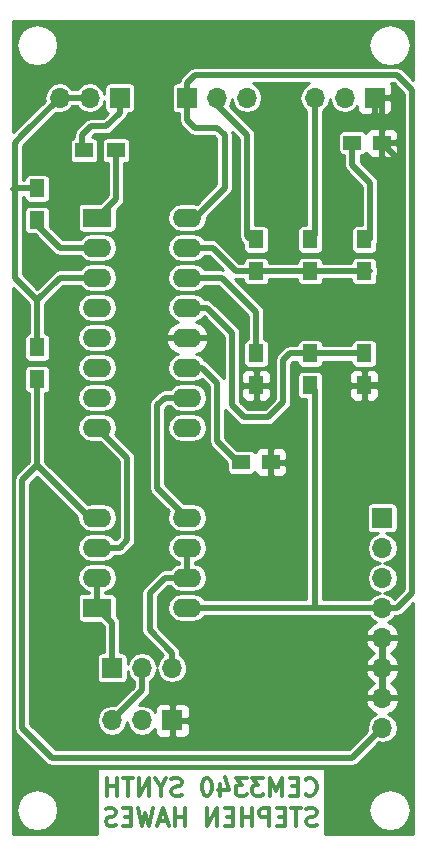
<source format=gbr>
G04 #@! TF.FileFunction,Copper,L2,Bot,Signal*
%FSLAX46Y46*%
G04 Gerber Fmt 4.6, Leading zero omitted, Abs format (unit mm)*
G04 Created by KiCad (PCBNEW 4.0.7) date Saturday, October 06, 2018 'PMt' 03:24:17 PM*
%MOMM*%
%LPD*%
G01*
G04 APERTURE LIST*
%ADD10C,0.100000*%
%ADD11C,0.300000*%
%ADD12R,1.500000X1.250000*%
%ADD13R,1.700000X1.700000*%
%ADD14O,1.700000X1.700000*%
%ADD15R,2.400000X1.600000*%
%ADD16O,2.400000X1.600000*%
%ADD17R,1.300000X1.500000*%
%ADD18R,1.500000X1.300000*%
%ADD19C,0.508000*%
%ADD20C,0.254000*%
G04 APERTURE END LIST*
D10*
D11*
X79881999Y-98955714D02*
X79953428Y-99027143D01*
X80167714Y-99098571D01*
X80310571Y-99098571D01*
X80524856Y-99027143D01*
X80667714Y-98884286D01*
X80739142Y-98741429D01*
X80810571Y-98455714D01*
X80810571Y-98241429D01*
X80739142Y-97955714D01*
X80667714Y-97812857D01*
X80524856Y-97670000D01*
X80310571Y-97598571D01*
X80167714Y-97598571D01*
X79953428Y-97670000D01*
X79881999Y-97741429D01*
X79239142Y-98312857D02*
X78739142Y-98312857D01*
X78524856Y-99098571D02*
X79239142Y-99098571D01*
X79239142Y-97598571D01*
X78524856Y-97598571D01*
X77881999Y-99098571D02*
X77881999Y-97598571D01*
X77381999Y-98670000D01*
X76881999Y-97598571D01*
X76881999Y-99098571D01*
X76310570Y-97598571D02*
X75381999Y-97598571D01*
X75881999Y-98170000D01*
X75667713Y-98170000D01*
X75524856Y-98241429D01*
X75453427Y-98312857D01*
X75381999Y-98455714D01*
X75381999Y-98812857D01*
X75453427Y-98955714D01*
X75524856Y-99027143D01*
X75667713Y-99098571D01*
X76096285Y-99098571D01*
X76239142Y-99027143D01*
X76310570Y-98955714D01*
X74881999Y-97598571D02*
X73953428Y-97598571D01*
X74453428Y-98170000D01*
X74239142Y-98170000D01*
X74096285Y-98241429D01*
X74024856Y-98312857D01*
X73953428Y-98455714D01*
X73953428Y-98812857D01*
X74024856Y-98955714D01*
X74096285Y-99027143D01*
X74239142Y-99098571D01*
X74667714Y-99098571D01*
X74810571Y-99027143D01*
X74881999Y-98955714D01*
X72667714Y-98098571D02*
X72667714Y-99098571D01*
X73024857Y-97527143D02*
X73382000Y-98598571D01*
X72453428Y-98598571D01*
X71596286Y-97598571D02*
X71453429Y-97598571D01*
X71310572Y-97670000D01*
X71239143Y-97741429D01*
X71167714Y-97884286D01*
X71096286Y-98170000D01*
X71096286Y-98527143D01*
X71167714Y-98812857D01*
X71239143Y-98955714D01*
X71310572Y-99027143D01*
X71453429Y-99098571D01*
X71596286Y-99098571D01*
X71739143Y-99027143D01*
X71810572Y-98955714D01*
X71882000Y-98812857D01*
X71953429Y-98527143D01*
X71953429Y-98170000D01*
X71882000Y-97884286D01*
X71810572Y-97741429D01*
X71739143Y-97670000D01*
X71596286Y-97598571D01*
X69382001Y-99027143D02*
X69167715Y-99098571D01*
X68810572Y-99098571D01*
X68667715Y-99027143D01*
X68596286Y-98955714D01*
X68524858Y-98812857D01*
X68524858Y-98670000D01*
X68596286Y-98527143D01*
X68667715Y-98455714D01*
X68810572Y-98384286D01*
X69096286Y-98312857D01*
X69239144Y-98241429D01*
X69310572Y-98170000D01*
X69382001Y-98027143D01*
X69382001Y-97884286D01*
X69310572Y-97741429D01*
X69239144Y-97670000D01*
X69096286Y-97598571D01*
X68739144Y-97598571D01*
X68524858Y-97670000D01*
X67596287Y-98384286D02*
X67596287Y-99098571D01*
X68096287Y-97598571D02*
X67596287Y-98384286D01*
X67096287Y-97598571D01*
X66596287Y-99098571D02*
X66596287Y-97598571D01*
X65739144Y-99098571D01*
X65739144Y-97598571D01*
X65239144Y-97598571D02*
X64382001Y-97598571D01*
X64810572Y-99098571D02*
X64810572Y-97598571D01*
X63882001Y-99098571D02*
X63882001Y-97598571D01*
X63882001Y-98312857D02*
X63024858Y-98312857D01*
X63024858Y-99098571D02*
X63024858Y-97598571D01*
X80810572Y-101577143D02*
X80596286Y-101648571D01*
X80239143Y-101648571D01*
X80096286Y-101577143D01*
X80024857Y-101505714D01*
X79953429Y-101362857D01*
X79953429Y-101220000D01*
X80024857Y-101077143D01*
X80096286Y-101005714D01*
X80239143Y-100934286D01*
X80524857Y-100862857D01*
X80667715Y-100791429D01*
X80739143Y-100720000D01*
X80810572Y-100577143D01*
X80810572Y-100434286D01*
X80739143Y-100291429D01*
X80667715Y-100220000D01*
X80524857Y-100148571D01*
X80167715Y-100148571D01*
X79953429Y-100220000D01*
X79524858Y-100148571D02*
X78667715Y-100148571D01*
X79096286Y-101648571D02*
X79096286Y-100148571D01*
X78167715Y-100862857D02*
X77667715Y-100862857D01*
X77453429Y-101648571D02*
X78167715Y-101648571D01*
X78167715Y-100148571D01*
X77453429Y-100148571D01*
X76810572Y-101648571D02*
X76810572Y-100148571D01*
X76239144Y-100148571D01*
X76096286Y-100220000D01*
X76024858Y-100291429D01*
X75953429Y-100434286D01*
X75953429Y-100648571D01*
X76024858Y-100791429D01*
X76096286Y-100862857D01*
X76239144Y-100934286D01*
X76810572Y-100934286D01*
X75310572Y-101648571D02*
X75310572Y-100148571D01*
X75310572Y-100862857D02*
X74453429Y-100862857D01*
X74453429Y-101648571D02*
X74453429Y-100148571D01*
X73739143Y-100862857D02*
X73239143Y-100862857D01*
X73024857Y-101648571D02*
X73739143Y-101648571D01*
X73739143Y-100148571D01*
X73024857Y-100148571D01*
X72382000Y-101648571D02*
X72382000Y-100148571D01*
X71524857Y-101648571D01*
X71524857Y-100148571D01*
X69667714Y-101648571D02*
X69667714Y-100148571D01*
X69667714Y-100862857D02*
X68810571Y-100862857D01*
X68810571Y-101648571D02*
X68810571Y-100148571D01*
X68167714Y-101220000D02*
X67453428Y-101220000D01*
X68310571Y-101648571D02*
X67810571Y-100148571D01*
X67310571Y-101648571D01*
X66953428Y-100148571D02*
X66596285Y-101648571D01*
X66310571Y-100577143D01*
X66024857Y-101648571D01*
X65667714Y-100148571D01*
X65096285Y-100862857D02*
X64596285Y-100862857D01*
X64381999Y-101648571D02*
X65096285Y-101648571D01*
X65096285Y-100148571D01*
X64381999Y-100148571D01*
X63810571Y-101577143D02*
X63596285Y-101648571D01*
X63239142Y-101648571D01*
X63096285Y-101577143D01*
X63024856Y-101505714D01*
X62953428Y-101362857D01*
X62953428Y-101220000D01*
X63024856Y-101077143D01*
X63096285Y-101005714D01*
X63239142Y-100934286D01*
X63524856Y-100862857D01*
X63667714Y-100791429D01*
X63739142Y-100720000D01*
X63810571Y-100577143D01*
X63810571Y-100434286D01*
X63739142Y-100291429D01*
X63667714Y-100220000D01*
X63524856Y-100148571D01*
X63167714Y-100148571D01*
X62953428Y-100220000D01*
D12*
X76942000Y-70866000D03*
X74442000Y-70866000D03*
X83840000Y-43815000D03*
X86340000Y-43815000D03*
D13*
X85725000Y-40005000D03*
D14*
X83185000Y-40005000D03*
X80645000Y-40005000D03*
D13*
X68580000Y-92710000D03*
D14*
X66040000Y-92710000D03*
X63500000Y-92710000D03*
D13*
X69850000Y-40005000D03*
D14*
X72390000Y-40005000D03*
X74930000Y-40005000D03*
D13*
X63500000Y-88265000D03*
D14*
X66040000Y-88265000D03*
X68580000Y-88265000D03*
D13*
X64135000Y-40005000D03*
D14*
X61595000Y-40005000D03*
X59055000Y-40005000D03*
D15*
X62230000Y-83185000D03*
D16*
X69850000Y-75565000D03*
X62230000Y-80645000D03*
X69850000Y-78105000D03*
X62230000Y-78105000D03*
X69850000Y-80645000D03*
X62230000Y-75565000D03*
X69850000Y-83185000D03*
D15*
X62230000Y-50165000D03*
D16*
X69850000Y-67945000D03*
X62230000Y-52705000D03*
X69850000Y-65405000D03*
X62230000Y-55245000D03*
X69850000Y-62865000D03*
X62230000Y-57785000D03*
X69850000Y-60325000D03*
X62230000Y-60325000D03*
X69850000Y-57785000D03*
X62230000Y-62865000D03*
X69850000Y-55245000D03*
X62230000Y-65405000D03*
X69850000Y-52705000D03*
X62230000Y-67945000D03*
X69850000Y-50165000D03*
D13*
X86360000Y-75565000D03*
D14*
X86360000Y-78105000D03*
X86360000Y-80645000D03*
X86360000Y-83185000D03*
X86360000Y-85725000D03*
X86360000Y-88265000D03*
X86360000Y-90805000D03*
X86360000Y-93345000D03*
D17*
X57150000Y-61134000D03*
X57150000Y-63834000D03*
X57150000Y-50372000D03*
X57150000Y-47672000D03*
D18*
X61134000Y-44450000D03*
X63834000Y-44450000D03*
D17*
X80264000Y-54690000D03*
X80264000Y-51990000D03*
X75692000Y-64342000D03*
X75692000Y-61642000D03*
X75692000Y-51990000D03*
X75692000Y-54690000D03*
X80264000Y-61642000D03*
X80264000Y-64342000D03*
X84836000Y-64342000D03*
X84836000Y-61642000D03*
X84836000Y-51990000D03*
X84836000Y-54690000D03*
D19*
X84836000Y-64342000D02*
X86280000Y-64342000D01*
X86280000Y-64342000D02*
X87884000Y-62738000D01*
X69850000Y-60325000D02*
X71120000Y-60325000D01*
X87884000Y-62738000D02*
X87884000Y-45359000D01*
X87884000Y-45359000D02*
X86340000Y-43815000D01*
X86340000Y-43815000D02*
X86340000Y-40620000D01*
X86340000Y-40620000D02*
X85725000Y-40005000D01*
X86360000Y-85725000D02*
X86360000Y-88265000D01*
X86360000Y-88265000D02*
X86360000Y-90805000D01*
X74442000Y-70866000D02*
X74168000Y-70866000D01*
X74168000Y-70866000D02*
X72390000Y-69088000D01*
X69850000Y-62865000D02*
X71120000Y-62865000D01*
X72390000Y-64135000D02*
X72390000Y-69088000D01*
X71120000Y-62865000D02*
X72390000Y-64135000D01*
X85344000Y-51990000D02*
X85344000Y-47244000D01*
X83840000Y-45740000D02*
X83840000Y-43815000D01*
X85344000Y-47244000D02*
X83840000Y-45740000D01*
X80645000Y-40005000D02*
X80645000Y-51609000D01*
X80645000Y-51609000D02*
X80264000Y-51990000D01*
X66040000Y-90170000D02*
X66040000Y-88265000D01*
X63500000Y-92710000D02*
X66040000Y-90170000D01*
X80645000Y-64723000D02*
X80645000Y-71120000D01*
X80645000Y-71120000D02*
X80645000Y-83185000D01*
X80645000Y-64723000D02*
X80264000Y-64342000D01*
X88265000Y-38735000D02*
X88900000Y-39370000D01*
X69850000Y-38735000D02*
X70485000Y-38100000D01*
X70485000Y-38100000D02*
X87630000Y-38100000D01*
X87630000Y-38100000D02*
X88265000Y-38735000D01*
X88265000Y-82550000D02*
X87630000Y-83185000D01*
X86360000Y-83185000D02*
X87630000Y-83185000D01*
X69850000Y-38735000D02*
X69850000Y-40005000D01*
X88900000Y-81915000D02*
X88265000Y-82550000D01*
X88900000Y-39370000D02*
X88900000Y-81915000D01*
X69850000Y-83185000D02*
X80645000Y-83185000D01*
X80645000Y-83185000D02*
X86360000Y-83185000D01*
X69850000Y-50165000D02*
X70485000Y-50165000D01*
X70485000Y-50165000D02*
X73025000Y-47625000D01*
X69850000Y-41910000D02*
X69850000Y-40005000D01*
X70485000Y-42545000D02*
X69850000Y-41910000D01*
X72390000Y-42545000D02*
X70485000Y-42545000D01*
X73025000Y-43180000D02*
X72390000Y-42545000D01*
X73025000Y-47625000D02*
X73025000Y-43180000D01*
X57150000Y-71120000D02*
X57150000Y-63834000D01*
X62230000Y-75565000D02*
X61595000Y-75565000D01*
X61595000Y-75565000D02*
X57150000Y-71120000D01*
X86360000Y-93345000D02*
X83820000Y-95885000D01*
X55880000Y-72390000D02*
X57150000Y-71120000D01*
X55880000Y-93345000D02*
X55880000Y-72390000D01*
X58420000Y-95885000D02*
X55880000Y-93345000D01*
X83820000Y-95885000D02*
X58420000Y-95885000D01*
X57150000Y-47672000D02*
X55245000Y-47672000D01*
X55118000Y-47752000D02*
X55245000Y-47752000D01*
X55165000Y-47752000D02*
X55118000Y-47752000D01*
X55245000Y-47672000D02*
X55165000Y-47752000D01*
X61595000Y-40005000D02*
X59055000Y-40005000D01*
X59055000Y-40005000D02*
X55880000Y-43180000D01*
X55880000Y-43180000D02*
X55245000Y-43815000D01*
X55245000Y-43815000D02*
X55245000Y-47752000D01*
X55245000Y-47752000D02*
X55245000Y-55245000D01*
X55245000Y-55245000D02*
X57150000Y-57150000D01*
X62230000Y-55245000D02*
X59055000Y-55245000D01*
X59055000Y-55245000D02*
X57150000Y-57150000D01*
X57150000Y-57150000D02*
X57150000Y-60960000D01*
X62230000Y-52705000D02*
X59055000Y-52705000D01*
X59055000Y-52705000D02*
X57150000Y-50800000D01*
X60960000Y-43180000D02*
X61722000Y-42418000D01*
X60960000Y-44450000D02*
X60960000Y-43180000D01*
X64135000Y-41275000D02*
X64135000Y-40005000D01*
X62992000Y-42418000D02*
X64135000Y-41275000D01*
X61722000Y-42418000D02*
X62992000Y-42418000D01*
X63834000Y-44450000D02*
X63834000Y-48561000D01*
X63834000Y-48561000D02*
X62230000Y-50165000D01*
X75692000Y-54690000D02*
X80264000Y-54690000D01*
X69850000Y-52705000D02*
X72009000Y-52705000D01*
X73994000Y-54690000D02*
X80264000Y-54690000D01*
X72009000Y-52705000D02*
X73994000Y-54690000D01*
X80264000Y-54690000D02*
X85344000Y-54690000D01*
X69850000Y-55245000D02*
X72771000Y-55245000D01*
X75692000Y-58166000D02*
X75692000Y-61642000D01*
X72771000Y-55245000D02*
X75692000Y-58166000D01*
X74930000Y-51736000D02*
X74930000Y-43180000D01*
X74930000Y-43180000D02*
X72390000Y-40640000D01*
X74930000Y-51736000D02*
X75184000Y-51990000D01*
X72390000Y-40640000D02*
X72390000Y-40005000D01*
X69850000Y-57785000D02*
X71501000Y-57785000D01*
X77978000Y-65786000D02*
X77978000Y-62230000D01*
X76708000Y-67056000D02*
X77978000Y-65786000D01*
X74676000Y-67056000D02*
X76708000Y-67056000D01*
X73660000Y-66040000D02*
X74676000Y-67056000D01*
X73660000Y-59944000D02*
X73660000Y-66040000D01*
X71501000Y-57785000D02*
X73660000Y-59944000D01*
X78566000Y-61642000D02*
X80264000Y-61642000D01*
X77978000Y-62230000D02*
X78566000Y-61642000D01*
X84836000Y-61642000D02*
X80264000Y-61642000D01*
X69850000Y-57785000D02*
X71120000Y-57785000D01*
X63500000Y-84455000D02*
X63500000Y-88265000D01*
X62230000Y-83185000D02*
X63500000Y-84455000D01*
X62230000Y-80645000D02*
X62230000Y-83185000D01*
X68580000Y-86995000D02*
X66675000Y-85090000D01*
X68580000Y-88265000D02*
X68580000Y-86995000D01*
X66675000Y-85090000D02*
X66675000Y-81915000D01*
X66675000Y-81915000D02*
X67945000Y-80645000D01*
X67945000Y-80645000D02*
X69850000Y-80645000D01*
X69850000Y-80645000D02*
X69850000Y-78105000D01*
X62230000Y-78105000D02*
X64135000Y-78105000D01*
X64770000Y-70485000D02*
X62230000Y-67945000D01*
X64770000Y-77470000D02*
X64770000Y-70485000D01*
X64135000Y-78105000D02*
X64770000Y-77470000D01*
X69850000Y-75565000D02*
X67310000Y-73025000D01*
X67945000Y-65405000D02*
X69850000Y-65405000D01*
X67310000Y-66040000D02*
X67945000Y-65405000D01*
X67310000Y-66675000D02*
X67310000Y-66040000D01*
X67310000Y-73025000D02*
X67310000Y-66675000D01*
D20*
G36*
X89015500Y-38497672D02*
X88123914Y-37606086D01*
X87897305Y-37454670D01*
X87630000Y-37401500D01*
X70485000Y-37401500D01*
X70217696Y-37454670D01*
X69991086Y-37606086D01*
X69356086Y-38241086D01*
X69204670Y-38467695D01*
X69204670Y-38467696D01*
X69158105Y-38701792D01*
X69000000Y-38701792D01*
X68835278Y-38732787D01*
X68683991Y-38830137D01*
X68582498Y-38978677D01*
X68546792Y-39155000D01*
X68546792Y-40855000D01*
X68577787Y-41019722D01*
X68675137Y-41171009D01*
X68823677Y-41272502D01*
X69000000Y-41308208D01*
X69151500Y-41308208D01*
X69151500Y-41910000D01*
X69204670Y-42177305D01*
X69356086Y-42403914D01*
X69991086Y-43038914D01*
X70217696Y-43190330D01*
X70485000Y-43243500D01*
X72100672Y-43243500D01*
X72326500Y-43469328D01*
X72326500Y-47335672D01*
X70665444Y-48996728D01*
X70282218Y-48920500D01*
X69417782Y-48920500D01*
X68941532Y-49015232D01*
X68537788Y-49285006D01*
X68268014Y-49688750D01*
X68173282Y-50165000D01*
X68268014Y-50641250D01*
X68537788Y-51044994D01*
X68941532Y-51314768D01*
X69417782Y-51409500D01*
X70282218Y-51409500D01*
X70758468Y-51314768D01*
X71162212Y-51044994D01*
X71431986Y-50641250D01*
X71526718Y-50165000D01*
X71517777Y-50120051D01*
X73518914Y-48118914D01*
X73553544Y-48067086D01*
X73670330Y-47892304D01*
X73723500Y-47625000D01*
X73723500Y-43180000D01*
X73670330Y-42912696D01*
X73661192Y-42899020D01*
X74231500Y-43469328D01*
X74231500Y-51736000D01*
X74284670Y-52003305D01*
X74436086Y-52229914D01*
X74588792Y-52382620D01*
X74588792Y-52740000D01*
X74619787Y-52904722D01*
X74717137Y-53056009D01*
X74865677Y-53157502D01*
X75042000Y-53193208D01*
X76342000Y-53193208D01*
X76506722Y-53162213D01*
X76658009Y-53064863D01*
X76759502Y-52916323D01*
X76795208Y-52740000D01*
X76795208Y-51240000D01*
X76764213Y-51075278D01*
X76666863Y-50923991D01*
X76518323Y-50822498D01*
X76342000Y-50786792D01*
X75628500Y-50786792D01*
X75628500Y-43180000D01*
X75575330Y-42912696D01*
X75423914Y-42686086D01*
X73456831Y-40719003D01*
X73585962Y-40525745D01*
X73660000Y-40153531D01*
X73734038Y-40525745D01*
X74014650Y-40945711D01*
X74434616Y-41226323D01*
X74930000Y-41324861D01*
X75425384Y-41226323D01*
X75845350Y-40945711D01*
X76125962Y-40525745D01*
X76224500Y-40030361D01*
X76224500Y-39979639D01*
X76125962Y-39484255D01*
X75845350Y-39064289D01*
X75447568Y-38798500D01*
X80127432Y-38798500D01*
X79729650Y-39064289D01*
X79449038Y-39484255D01*
X79350500Y-39979639D01*
X79350500Y-40030361D01*
X79449038Y-40525745D01*
X79729650Y-40945711D01*
X79946500Y-41090605D01*
X79946500Y-50786792D01*
X79614000Y-50786792D01*
X79449278Y-50817787D01*
X79297991Y-50915137D01*
X79196498Y-51063677D01*
X79160792Y-51240000D01*
X79160792Y-52740000D01*
X79191787Y-52904722D01*
X79289137Y-53056009D01*
X79437677Y-53157502D01*
X79614000Y-53193208D01*
X80914000Y-53193208D01*
X81078722Y-53162213D01*
X81230009Y-53064863D01*
X81331502Y-52916323D01*
X81367208Y-52740000D01*
X81367208Y-51240000D01*
X81343500Y-51114005D01*
X81343500Y-43190000D01*
X82636792Y-43190000D01*
X82636792Y-44440000D01*
X82667787Y-44604722D01*
X82765137Y-44756009D01*
X82913677Y-44857502D01*
X83090000Y-44893208D01*
X83141500Y-44893208D01*
X83141500Y-45740000D01*
X83194670Y-46007305D01*
X83346086Y-46233914D01*
X84645500Y-47533328D01*
X84645500Y-50786792D01*
X84186000Y-50786792D01*
X84021278Y-50817787D01*
X83869991Y-50915137D01*
X83768498Y-51063677D01*
X83732792Y-51240000D01*
X83732792Y-52740000D01*
X83763787Y-52904722D01*
X83861137Y-53056009D01*
X84009677Y-53157502D01*
X84186000Y-53193208D01*
X85486000Y-53193208D01*
X85650722Y-53162213D01*
X85802009Y-53064863D01*
X85903502Y-52916323D01*
X85939208Y-52740000D01*
X85939208Y-52332317D01*
X85989330Y-52257304D01*
X86042500Y-51990000D01*
X86042500Y-47244000D01*
X86020040Y-47131086D01*
X85989330Y-46976695D01*
X85837914Y-46750086D01*
X84538500Y-45450672D01*
X84538500Y-44893208D01*
X84590000Y-44893208D01*
X84754722Y-44862213D01*
X84906009Y-44764863D01*
X84987713Y-44645286D01*
X85051673Y-44799699D01*
X85230302Y-44978327D01*
X85463691Y-45075000D01*
X86054250Y-45075000D01*
X86213000Y-44916250D01*
X86213000Y-43942000D01*
X86467000Y-43942000D01*
X86467000Y-44916250D01*
X86625750Y-45075000D01*
X87216309Y-45075000D01*
X87449698Y-44978327D01*
X87628327Y-44799699D01*
X87725000Y-44566310D01*
X87725000Y-44100750D01*
X87566250Y-43942000D01*
X86467000Y-43942000D01*
X86213000Y-43942000D01*
X86193000Y-43942000D01*
X86193000Y-43688000D01*
X86213000Y-43688000D01*
X86213000Y-42713750D01*
X86467000Y-42713750D01*
X86467000Y-43688000D01*
X87566250Y-43688000D01*
X87725000Y-43529250D01*
X87725000Y-43063690D01*
X87628327Y-42830301D01*
X87449698Y-42651673D01*
X87216309Y-42555000D01*
X86625750Y-42555000D01*
X86467000Y-42713750D01*
X86213000Y-42713750D01*
X86054250Y-42555000D01*
X85463691Y-42555000D01*
X85230302Y-42651673D01*
X85051673Y-42830301D01*
X84987086Y-42986229D01*
X84914863Y-42873991D01*
X84766323Y-42772498D01*
X84590000Y-42736792D01*
X83090000Y-42736792D01*
X82925278Y-42767787D01*
X82773991Y-42865137D01*
X82672498Y-43013677D01*
X82636792Y-43190000D01*
X81343500Y-43190000D01*
X81343500Y-41090605D01*
X81560350Y-40945711D01*
X81840962Y-40525745D01*
X81915000Y-40153531D01*
X81989038Y-40525745D01*
X82269650Y-40945711D01*
X82689616Y-41226323D01*
X83185000Y-41324861D01*
X83680384Y-41226323D01*
X84100350Y-40945711D01*
X84240000Y-40736710D01*
X84240000Y-40981309D01*
X84336673Y-41214698D01*
X84515301Y-41393327D01*
X84748690Y-41490000D01*
X85439250Y-41490000D01*
X85598000Y-41331250D01*
X85598000Y-40132000D01*
X85852000Y-40132000D01*
X85852000Y-41331250D01*
X86010750Y-41490000D01*
X86701310Y-41490000D01*
X86934699Y-41393327D01*
X87113327Y-41214698D01*
X87210000Y-40981309D01*
X87210000Y-40290750D01*
X87051250Y-40132000D01*
X85852000Y-40132000D01*
X85598000Y-40132000D01*
X85578000Y-40132000D01*
X85578000Y-39878000D01*
X85598000Y-39878000D01*
X85598000Y-39858000D01*
X85852000Y-39858000D01*
X85852000Y-39878000D01*
X87051250Y-39878000D01*
X87210000Y-39719250D01*
X87210000Y-39028691D01*
X87114652Y-38798500D01*
X87340672Y-38798500D01*
X88201500Y-39659328D01*
X88201500Y-81625672D01*
X87403575Y-82423597D01*
X87300711Y-82269650D01*
X86880745Y-81989038D01*
X86508531Y-81915000D01*
X86880745Y-81840962D01*
X87300711Y-81560350D01*
X87581323Y-81140384D01*
X87679861Y-80645000D01*
X87581323Y-80149616D01*
X87300711Y-79729650D01*
X86880745Y-79449038D01*
X86508531Y-79375000D01*
X86880745Y-79300962D01*
X87300711Y-79020350D01*
X87581323Y-78600384D01*
X87679861Y-78105000D01*
X87581323Y-77609616D01*
X87300711Y-77189650D01*
X86880745Y-76909038D01*
X86675479Y-76868208D01*
X87210000Y-76868208D01*
X87374722Y-76837213D01*
X87526009Y-76739863D01*
X87627502Y-76591323D01*
X87663208Y-76415000D01*
X87663208Y-74715000D01*
X87632213Y-74550278D01*
X87534863Y-74398991D01*
X87386323Y-74297498D01*
X87210000Y-74261792D01*
X85510000Y-74261792D01*
X85345278Y-74292787D01*
X85193991Y-74390137D01*
X85092498Y-74538677D01*
X85056792Y-74715000D01*
X85056792Y-76415000D01*
X85087787Y-76579722D01*
X85185137Y-76731009D01*
X85333677Y-76832502D01*
X85510000Y-76868208D01*
X86044521Y-76868208D01*
X85839255Y-76909038D01*
X85419289Y-77189650D01*
X85138677Y-77609616D01*
X85040139Y-78105000D01*
X85138677Y-78600384D01*
X85419289Y-79020350D01*
X85839255Y-79300962D01*
X86211469Y-79375000D01*
X85839255Y-79449038D01*
X85419289Y-79729650D01*
X85138677Y-80149616D01*
X85040139Y-80645000D01*
X85138677Y-81140384D01*
X85419289Y-81560350D01*
X85839255Y-81840962D01*
X86211469Y-81915000D01*
X85839255Y-81989038D01*
X85419289Y-82269650D01*
X85274395Y-82486500D01*
X81343500Y-82486500D01*
X81343500Y-65209075D01*
X81367208Y-65092000D01*
X81367208Y-64627750D01*
X83551000Y-64627750D01*
X83551000Y-65218309D01*
X83647673Y-65451698D01*
X83826301Y-65630327D01*
X84059690Y-65727000D01*
X84550250Y-65727000D01*
X84709000Y-65568250D01*
X84709000Y-64469000D01*
X84963000Y-64469000D01*
X84963000Y-65568250D01*
X85121750Y-65727000D01*
X85612310Y-65727000D01*
X85845699Y-65630327D01*
X86024327Y-65451698D01*
X86121000Y-65218309D01*
X86121000Y-64627750D01*
X85962250Y-64469000D01*
X84963000Y-64469000D01*
X84709000Y-64469000D01*
X83709750Y-64469000D01*
X83551000Y-64627750D01*
X81367208Y-64627750D01*
X81367208Y-63592000D01*
X81343442Y-63465691D01*
X83551000Y-63465691D01*
X83551000Y-64056250D01*
X83709750Y-64215000D01*
X84709000Y-64215000D01*
X84709000Y-63115750D01*
X84963000Y-63115750D01*
X84963000Y-64215000D01*
X85962250Y-64215000D01*
X86121000Y-64056250D01*
X86121000Y-63465691D01*
X86024327Y-63232302D01*
X85845699Y-63053673D01*
X85612310Y-62957000D01*
X85121750Y-62957000D01*
X84963000Y-63115750D01*
X84709000Y-63115750D01*
X84550250Y-62957000D01*
X84059690Y-62957000D01*
X83826301Y-63053673D01*
X83647673Y-63232302D01*
X83551000Y-63465691D01*
X81343442Y-63465691D01*
X81336213Y-63427278D01*
X81238863Y-63275991D01*
X81090323Y-63174498D01*
X80914000Y-63138792D01*
X79614000Y-63138792D01*
X79449278Y-63169787D01*
X79297991Y-63267137D01*
X79196498Y-63415677D01*
X79160792Y-63592000D01*
X79160792Y-65092000D01*
X79191787Y-65256722D01*
X79289137Y-65408009D01*
X79437677Y-65509502D01*
X79614000Y-65545208D01*
X79946500Y-65545208D01*
X79946500Y-82486500D01*
X71283483Y-82486500D01*
X71162212Y-82305006D01*
X70758468Y-82035232D01*
X70282218Y-81940500D01*
X69417782Y-81940500D01*
X68941532Y-82035232D01*
X68537788Y-82305006D01*
X68268014Y-82708750D01*
X68173282Y-83185000D01*
X68268014Y-83661250D01*
X68537788Y-84064994D01*
X68941532Y-84334768D01*
X69417782Y-84429500D01*
X70282218Y-84429500D01*
X70758468Y-84334768D01*
X71162212Y-84064994D01*
X71283483Y-83883500D01*
X85274395Y-83883500D01*
X85419289Y-84100350D01*
X85821239Y-84368924D01*
X85478642Y-84529817D01*
X85088355Y-84958076D01*
X84918524Y-85368110D01*
X85039845Y-85598000D01*
X86233000Y-85598000D01*
X86233000Y-85578000D01*
X86487000Y-85578000D01*
X86487000Y-85598000D01*
X87680155Y-85598000D01*
X87801476Y-85368110D01*
X87631645Y-84958076D01*
X87241358Y-84529817D01*
X86898761Y-84368924D01*
X87300711Y-84100350D01*
X87445605Y-83883500D01*
X87630000Y-83883500D01*
X87897305Y-83830330D01*
X88123914Y-83678914D01*
X89015500Y-82787328D01*
X89015500Y-102350500D01*
X81540786Y-102350500D01*
X81540786Y-100330000D01*
X85205500Y-100330000D01*
X85341718Y-101014812D01*
X85729632Y-101595368D01*
X86310188Y-101983282D01*
X86995000Y-102119500D01*
X87679812Y-101983282D01*
X88260368Y-101595368D01*
X88648282Y-101014812D01*
X88784500Y-100330000D01*
X88648282Y-99645188D01*
X88260368Y-99064632D01*
X87679812Y-98676718D01*
X86995000Y-98540500D01*
X86310188Y-98676718D01*
X85729632Y-99064632D01*
X85341718Y-99645188D01*
X85205500Y-100330000D01*
X81540786Y-100330000D01*
X81540786Y-96775500D01*
X62223214Y-96775500D01*
X62223214Y-102350500D01*
X55129500Y-102350500D01*
X55129500Y-100330000D01*
X55360500Y-100330000D01*
X55496718Y-101014812D01*
X55884632Y-101595368D01*
X56465188Y-101983282D01*
X57150000Y-102119500D01*
X57834812Y-101983282D01*
X58415368Y-101595368D01*
X58803282Y-101014812D01*
X58939500Y-100330000D01*
X58803282Y-99645188D01*
X58415368Y-99064632D01*
X57834812Y-98676718D01*
X57150000Y-98540500D01*
X56465188Y-98676718D01*
X55884632Y-99064632D01*
X55496718Y-99645188D01*
X55360500Y-100330000D01*
X55129500Y-100330000D01*
X55129500Y-72390000D01*
X55181500Y-72390000D01*
X55181500Y-93345000D01*
X55234670Y-93612305D01*
X55386086Y-93838914D01*
X57926086Y-96378914D01*
X58152696Y-96530330D01*
X58420000Y-96583500D01*
X83820000Y-96583500D01*
X84087305Y-96530330D01*
X84313914Y-96378914D01*
X86100000Y-94592828D01*
X86334639Y-94639500D01*
X86385361Y-94639500D01*
X86880745Y-94540962D01*
X87300711Y-94260350D01*
X87581323Y-93840384D01*
X87679861Y-93345000D01*
X87581323Y-92849616D01*
X87300711Y-92429650D01*
X86898761Y-92161076D01*
X87241358Y-92000183D01*
X87631645Y-91571924D01*
X87801476Y-91161890D01*
X87680155Y-90932000D01*
X86487000Y-90932000D01*
X86487000Y-90952000D01*
X86233000Y-90952000D01*
X86233000Y-90932000D01*
X85039845Y-90932000D01*
X84918524Y-91161890D01*
X85088355Y-91571924D01*
X85478642Y-92000183D01*
X85821239Y-92161076D01*
X85419289Y-92429650D01*
X85138677Y-92849616D01*
X85040139Y-93345000D01*
X85095227Y-93621945D01*
X83530672Y-95186500D01*
X58709328Y-95186500D01*
X56578500Y-93055672D01*
X56578500Y-80645000D01*
X60553282Y-80645000D01*
X60648014Y-81121250D01*
X60917788Y-81524994D01*
X61321532Y-81794768D01*
X61531500Y-81836533D01*
X61531500Y-81931792D01*
X61030000Y-81931792D01*
X60865278Y-81962787D01*
X60713991Y-82060137D01*
X60612498Y-82208677D01*
X60576792Y-82385000D01*
X60576792Y-83985000D01*
X60607787Y-84149722D01*
X60705137Y-84301009D01*
X60853677Y-84402502D01*
X61030000Y-84438208D01*
X62495380Y-84438208D01*
X62801500Y-84744328D01*
X62801500Y-86961792D01*
X62650000Y-86961792D01*
X62485278Y-86992787D01*
X62333991Y-87090137D01*
X62232498Y-87238677D01*
X62196792Y-87415000D01*
X62196792Y-89115000D01*
X62227787Y-89279722D01*
X62325137Y-89431009D01*
X62473677Y-89532502D01*
X62650000Y-89568208D01*
X64350000Y-89568208D01*
X64514722Y-89537213D01*
X64666009Y-89439863D01*
X64767502Y-89291323D01*
X64803208Y-89115000D01*
X64803208Y-88580479D01*
X64844038Y-88785745D01*
X65124650Y-89205711D01*
X65341500Y-89350605D01*
X65341500Y-89880672D01*
X63776945Y-91445227D01*
X63500000Y-91390139D01*
X63004616Y-91488677D01*
X62584650Y-91769289D01*
X62304038Y-92189255D01*
X62205500Y-92684639D01*
X62205500Y-92735361D01*
X62304038Y-93230745D01*
X62584650Y-93650711D01*
X63004616Y-93931323D01*
X63500000Y-94029861D01*
X63995384Y-93931323D01*
X64415350Y-93650711D01*
X64695962Y-93230745D01*
X64770000Y-92858531D01*
X64844038Y-93230745D01*
X65124650Y-93650711D01*
X65544616Y-93931323D01*
X66040000Y-94029861D01*
X66535384Y-93931323D01*
X66955350Y-93650711D01*
X67095000Y-93441710D01*
X67095000Y-93686309D01*
X67191673Y-93919698D01*
X67370301Y-94098327D01*
X67603690Y-94195000D01*
X68294250Y-94195000D01*
X68453000Y-94036250D01*
X68453000Y-92837000D01*
X68707000Y-92837000D01*
X68707000Y-94036250D01*
X68865750Y-94195000D01*
X69556310Y-94195000D01*
X69789699Y-94098327D01*
X69968327Y-93919698D01*
X70065000Y-93686309D01*
X70065000Y-92995750D01*
X69906250Y-92837000D01*
X68707000Y-92837000D01*
X68453000Y-92837000D01*
X68433000Y-92837000D01*
X68433000Y-92583000D01*
X68453000Y-92583000D01*
X68453000Y-91383750D01*
X68707000Y-91383750D01*
X68707000Y-92583000D01*
X69906250Y-92583000D01*
X70065000Y-92424250D01*
X70065000Y-91733691D01*
X69968327Y-91500302D01*
X69789699Y-91321673D01*
X69556310Y-91225000D01*
X68865750Y-91225000D01*
X68707000Y-91383750D01*
X68453000Y-91383750D01*
X68294250Y-91225000D01*
X67603690Y-91225000D01*
X67370301Y-91321673D01*
X67191673Y-91500302D01*
X67095000Y-91733691D01*
X67095000Y-91978290D01*
X66955350Y-91769289D01*
X66535384Y-91488677D01*
X66040000Y-91390139D01*
X65750006Y-91447822D01*
X66533914Y-90663914D01*
X66685330Y-90437304D01*
X66738500Y-90170000D01*
X66738500Y-89350605D01*
X66955350Y-89205711D01*
X67235962Y-88785745D01*
X67310000Y-88413531D01*
X67384038Y-88785745D01*
X67664650Y-89205711D01*
X68084616Y-89486323D01*
X68580000Y-89584861D01*
X69075384Y-89486323D01*
X69495350Y-89205711D01*
X69775962Y-88785745D01*
X69808554Y-88621890D01*
X84918524Y-88621890D01*
X85088355Y-89031924D01*
X85478642Y-89460183D01*
X85637954Y-89535000D01*
X85478642Y-89609817D01*
X85088355Y-90038076D01*
X84918524Y-90448110D01*
X85039845Y-90678000D01*
X86233000Y-90678000D01*
X86233000Y-88392000D01*
X86487000Y-88392000D01*
X86487000Y-90678000D01*
X87680155Y-90678000D01*
X87801476Y-90448110D01*
X87631645Y-90038076D01*
X87241358Y-89609817D01*
X87082046Y-89535000D01*
X87241358Y-89460183D01*
X87631645Y-89031924D01*
X87801476Y-88621890D01*
X87680155Y-88392000D01*
X86487000Y-88392000D01*
X86233000Y-88392000D01*
X85039845Y-88392000D01*
X84918524Y-88621890D01*
X69808554Y-88621890D01*
X69874500Y-88290361D01*
X69874500Y-88239639D01*
X69775962Y-87744255D01*
X69495350Y-87324289D01*
X69278500Y-87179395D01*
X69278500Y-86995000D01*
X69268582Y-86945139D01*
X69225330Y-86727695D01*
X69073914Y-86501086D01*
X68654718Y-86081890D01*
X84918524Y-86081890D01*
X85088355Y-86491924D01*
X85478642Y-86920183D01*
X85637954Y-86995000D01*
X85478642Y-87069817D01*
X85088355Y-87498076D01*
X84918524Y-87908110D01*
X85039845Y-88138000D01*
X86233000Y-88138000D01*
X86233000Y-85852000D01*
X86487000Y-85852000D01*
X86487000Y-88138000D01*
X87680155Y-88138000D01*
X87801476Y-87908110D01*
X87631645Y-87498076D01*
X87241358Y-87069817D01*
X87082046Y-86995000D01*
X87241358Y-86920183D01*
X87631645Y-86491924D01*
X87801476Y-86081890D01*
X87680155Y-85852000D01*
X86487000Y-85852000D01*
X86233000Y-85852000D01*
X85039845Y-85852000D01*
X84918524Y-86081890D01*
X68654718Y-86081890D01*
X67373500Y-84800672D01*
X67373500Y-82204328D01*
X68234328Y-81343500D01*
X68416517Y-81343500D01*
X68537788Y-81524994D01*
X68941532Y-81794768D01*
X69417782Y-81889500D01*
X70282218Y-81889500D01*
X70758468Y-81794768D01*
X71162212Y-81524994D01*
X71431986Y-81121250D01*
X71526718Y-80645000D01*
X71431986Y-80168750D01*
X71162212Y-79765006D01*
X70758468Y-79495232D01*
X70548500Y-79453467D01*
X70548500Y-79296533D01*
X70758468Y-79254768D01*
X71162212Y-78984994D01*
X71431986Y-78581250D01*
X71526718Y-78105000D01*
X71431986Y-77628750D01*
X71162212Y-77225006D01*
X70758468Y-76955232D01*
X70282218Y-76860500D01*
X69417782Y-76860500D01*
X68941532Y-76955232D01*
X68537788Y-77225006D01*
X68268014Y-77628750D01*
X68173282Y-78105000D01*
X68268014Y-78581250D01*
X68537788Y-78984994D01*
X68941532Y-79254768D01*
X69151500Y-79296533D01*
X69151500Y-79453467D01*
X68941532Y-79495232D01*
X68537788Y-79765006D01*
X68416517Y-79946500D01*
X67945000Y-79946500D01*
X67677695Y-79999670D01*
X67451086Y-80151086D01*
X66181086Y-81421086D01*
X66029670Y-81647695D01*
X66029670Y-81647696D01*
X65976500Y-81915000D01*
X65976500Y-85090000D01*
X66029670Y-85357305D01*
X66181086Y-85583914D01*
X67818597Y-87221425D01*
X67664650Y-87324289D01*
X67384038Y-87744255D01*
X67310000Y-88116469D01*
X67235962Y-87744255D01*
X66955350Y-87324289D01*
X66535384Y-87043677D01*
X66040000Y-86945139D01*
X65544616Y-87043677D01*
X65124650Y-87324289D01*
X64844038Y-87744255D01*
X64803208Y-87949521D01*
X64803208Y-87415000D01*
X64772213Y-87250278D01*
X64674863Y-87098991D01*
X64526323Y-86997498D01*
X64350000Y-86961792D01*
X64198500Y-86961792D01*
X64198500Y-84455000D01*
X64188995Y-84407213D01*
X64145330Y-84187695D01*
X63993914Y-83961086D01*
X63883208Y-83850380D01*
X63883208Y-82385000D01*
X63852213Y-82220278D01*
X63754863Y-82068991D01*
X63606323Y-81967498D01*
X63430000Y-81931792D01*
X62928500Y-81931792D01*
X62928500Y-81836533D01*
X63138468Y-81794768D01*
X63542212Y-81524994D01*
X63811986Y-81121250D01*
X63906718Y-80645000D01*
X63811986Y-80168750D01*
X63542212Y-79765006D01*
X63138468Y-79495232D01*
X62662218Y-79400500D01*
X61797782Y-79400500D01*
X61321532Y-79495232D01*
X60917788Y-79765006D01*
X60648014Y-80168750D01*
X60553282Y-80645000D01*
X56578500Y-80645000D01*
X56578500Y-72679328D01*
X57150000Y-72107828D01*
X60562223Y-75520051D01*
X60553282Y-75565000D01*
X60648014Y-76041250D01*
X60917788Y-76444994D01*
X61321532Y-76714768D01*
X61797782Y-76809500D01*
X62662218Y-76809500D01*
X63138468Y-76714768D01*
X63542212Y-76444994D01*
X63811986Y-76041250D01*
X63906718Y-75565000D01*
X63811986Y-75088750D01*
X63542212Y-74685006D01*
X63138468Y-74415232D01*
X62662218Y-74320500D01*
X61797782Y-74320500D01*
X61414556Y-74396728D01*
X57848500Y-70830672D01*
X57848500Y-67945000D01*
X60553282Y-67945000D01*
X60648014Y-68421250D01*
X60917788Y-68824994D01*
X61321532Y-69094768D01*
X61797782Y-69189500D01*
X62486672Y-69189500D01*
X64071500Y-70774328D01*
X64071500Y-77180672D01*
X63845672Y-77406500D01*
X63663483Y-77406500D01*
X63542212Y-77225006D01*
X63138468Y-76955232D01*
X62662218Y-76860500D01*
X61797782Y-76860500D01*
X61321532Y-76955232D01*
X60917788Y-77225006D01*
X60648014Y-77628750D01*
X60553282Y-78105000D01*
X60648014Y-78581250D01*
X60917788Y-78984994D01*
X61321532Y-79254768D01*
X61797782Y-79349500D01*
X62662218Y-79349500D01*
X63138468Y-79254768D01*
X63542212Y-78984994D01*
X63663483Y-78803500D01*
X64135000Y-78803500D01*
X64402305Y-78750330D01*
X64628914Y-78598914D01*
X65263914Y-77963914D01*
X65415330Y-77737304D01*
X65468500Y-77470000D01*
X65468500Y-70485000D01*
X65415330Y-70217696D01*
X65263914Y-69991086D01*
X63764759Y-68491931D01*
X63811986Y-68421250D01*
X63906718Y-67945000D01*
X63811986Y-67468750D01*
X63542212Y-67065006D01*
X63138468Y-66795232D01*
X62662218Y-66700500D01*
X61797782Y-66700500D01*
X61321532Y-66795232D01*
X60917788Y-67065006D01*
X60648014Y-67468750D01*
X60553282Y-67945000D01*
X57848500Y-67945000D01*
X57848500Y-65405000D01*
X60553282Y-65405000D01*
X60648014Y-65881250D01*
X60917788Y-66284994D01*
X61321532Y-66554768D01*
X61797782Y-66649500D01*
X62662218Y-66649500D01*
X63138468Y-66554768D01*
X63542212Y-66284994D01*
X63705912Y-66040000D01*
X66611500Y-66040000D01*
X66611500Y-73025000D01*
X66664670Y-73292305D01*
X66816086Y-73518914D01*
X68315241Y-75018069D01*
X68268014Y-75088750D01*
X68173282Y-75565000D01*
X68268014Y-76041250D01*
X68537788Y-76444994D01*
X68941532Y-76714768D01*
X69417782Y-76809500D01*
X70282218Y-76809500D01*
X70758468Y-76714768D01*
X71162212Y-76444994D01*
X71431986Y-76041250D01*
X71526718Y-75565000D01*
X71431986Y-75088750D01*
X71162212Y-74685006D01*
X70758468Y-74415232D01*
X70282218Y-74320500D01*
X69593328Y-74320500D01*
X68008500Y-72735672D01*
X68008500Y-67945000D01*
X68173282Y-67945000D01*
X68268014Y-68421250D01*
X68537788Y-68824994D01*
X68941532Y-69094768D01*
X69417782Y-69189500D01*
X70282218Y-69189500D01*
X70758468Y-69094768D01*
X71162212Y-68824994D01*
X71431986Y-68421250D01*
X71526718Y-67945000D01*
X71431986Y-67468750D01*
X71162212Y-67065006D01*
X70758468Y-66795232D01*
X70282218Y-66700500D01*
X69417782Y-66700500D01*
X68941532Y-66795232D01*
X68537788Y-67065006D01*
X68268014Y-67468750D01*
X68173282Y-67945000D01*
X68008500Y-67945000D01*
X68008500Y-66329328D01*
X68234328Y-66103500D01*
X68416517Y-66103500D01*
X68537788Y-66284994D01*
X68941532Y-66554768D01*
X69417782Y-66649500D01*
X70282218Y-66649500D01*
X70758468Y-66554768D01*
X71162212Y-66284994D01*
X71431986Y-65881250D01*
X71526718Y-65405000D01*
X71431986Y-64928750D01*
X71162212Y-64525006D01*
X70758468Y-64255232D01*
X70282218Y-64160500D01*
X69417782Y-64160500D01*
X68941532Y-64255232D01*
X68537788Y-64525006D01*
X68416517Y-64706500D01*
X67945000Y-64706500D01*
X67677696Y-64759670D01*
X67451086Y-64911086D01*
X66816086Y-65546086D01*
X66664670Y-65772695D01*
X66643077Y-65881250D01*
X66611500Y-66040000D01*
X63705912Y-66040000D01*
X63811986Y-65881250D01*
X63906718Y-65405000D01*
X63811986Y-64928750D01*
X63542212Y-64525006D01*
X63138468Y-64255232D01*
X62662218Y-64160500D01*
X61797782Y-64160500D01*
X61321532Y-64255232D01*
X60917788Y-64525006D01*
X60648014Y-64928750D01*
X60553282Y-65405000D01*
X57848500Y-65405000D01*
X57848500Y-65028082D01*
X57964722Y-65006213D01*
X58116009Y-64908863D01*
X58217502Y-64760323D01*
X58253208Y-64584000D01*
X58253208Y-63084000D01*
X58222213Y-62919278D01*
X58187287Y-62865000D01*
X60553282Y-62865000D01*
X60648014Y-63341250D01*
X60917788Y-63744994D01*
X61321532Y-64014768D01*
X61797782Y-64109500D01*
X62662218Y-64109500D01*
X63138468Y-64014768D01*
X63542212Y-63744994D01*
X63811986Y-63341250D01*
X63906718Y-62865000D01*
X63811986Y-62388750D01*
X63542212Y-61985006D01*
X63138468Y-61715232D01*
X62662218Y-61620500D01*
X61797782Y-61620500D01*
X61321532Y-61715232D01*
X60917788Y-61985006D01*
X60648014Y-62388750D01*
X60553282Y-62865000D01*
X58187287Y-62865000D01*
X58124863Y-62767991D01*
X57976323Y-62666498D01*
X57800000Y-62630792D01*
X56500000Y-62630792D01*
X56335278Y-62661787D01*
X56183991Y-62759137D01*
X56082498Y-62907677D01*
X56046792Y-63084000D01*
X56046792Y-64584000D01*
X56077787Y-64748722D01*
X56175137Y-64900009D01*
X56323677Y-65001502D01*
X56451500Y-65027387D01*
X56451500Y-70830672D01*
X55386086Y-71896086D01*
X55234670Y-72122695D01*
X55234670Y-72122696D01*
X55181500Y-72390000D01*
X55129500Y-72390000D01*
X55129500Y-56117328D01*
X56451500Y-57439328D01*
X56451500Y-59939918D01*
X56335278Y-59961787D01*
X56183991Y-60059137D01*
X56082498Y-60207677D01*
X56046792Y-60384000D01*
X56046792Y-61884000D01*
X56077787Y-62048722D01*
X56175137Y-62200009D01*
X56323677Y-62301502D01*
X56500000Y-62337208D01*
X57800000Y-62337208D01*
X57964722Y-62306213D01*
X58116009Y-62208863D01*
X58217502Y-62060323D01*
X58253208Y-61884000D01*
X58253208Y-60384000D01*
X58242107Y-60325000D01*
X60553282Y-60325000D01*
X60648014Y-60801250D01*
X60917788Y-61204994D01*
X61321532Y-61474768D01*
X61797782Y-61569500D01*
X62662218Y-61569500D01*
X63138468Y-61474768D01*
X63542212Y-61204994D01*
X63811986Y-60801250D01*
X63906718Y-60325000D01*
X63837290Y-59975961D01*
X68058096Y-59975961D01*
X68180085Y-60198000D01*
X69723000Y-60198000D01*
X69723000Y-60178000D01*
X69977000Y-60178000D01*
X69977000Y-60198000D01*
X71519915Y-60198000D01*
X71641904Y-59975961D01*
X71624367Y-59893181D01*
X71354500Y-59400104D01*
X70916483Y-59047834D01*
X70622477Y-58961818D01*
X70758468Y-58934768D01*
X71162212Y-58664994D01*
X71254719Y-58526547D01*
X72961500Y-60233328D01*
X72961500Y-63757201D01*
X72883914Y-63641086D01*
X71613914Y-62371086D01*
X71387305Y-62219670D01*
X71308542Y-62204003D01*
X71162212Y-61985006D01*
X70758468Y-61715232D01*
X70622477Y-61688182D01*
X70916483Y-61602166D01*
X71354500Y-61249896D01*
X71624367Y-60756819D01*
X71641904Y-60674039D01*
X71519915Y-60452000D01*
X69977000Y-60452000D01*
X69977000Y-60472000D01*
X69723000Y-60472000D01*
X69723000Y-60452000D01*
X68180085Y-60452000D01*
X68058096Y-60674039D01*
X68075633Y-60756819D01*
X68345500Y-61249896D01*
X68783517Y-61602166D01*
X69077523Y-61688182D01*
X68941532Y-61715232D01*
X68537788Y-61985006D01*
X68268014Y-62388750D01*
X68173282Y-62865000D01*
X68268014Y-63341250D01*
X68537788Y-63744994D01*
X68941532Y-64014768D01*
X69417782Y-64109500D01*
X70282218Y-64109500D01*
X70758468Y-64014768D01*
X71072266Y-63805094D01*
X71691500Y-64424328D01*
X71691500Y-69088000D01*
X71744670Y-69355305D01*
X71896086Y-69581914D01*
X73238792Y-70924620D01*
X73238792Y-71491000D01*
X73269787Y-71655722D01*
X73367137Y-71807009D01*
X73515677Y-71908502D01*
X73692000Y-71944208D01*
X75192000Y-71944208D01*
X75356722Y-71913213D01*
X75508009Y-71815863D01*
X75589713Y-71696286D01*
X75653673Y-71850699D01*
X75832302Y-72029327D01*
X76065691Y-72126000D01*
X76656250Y-72126000D01*
X76815000Y-71967250D01*
X76815000Y-70993000D01*
X77069000Y-70993000D01*
X77069000Y-71967250D01*
X77227750Y-72126000D01*
X77818309Y-72126000D01*
X78051698Y-72029327D01*
X78230327Y-71850699D01*
X78327000Y-71617310D01*
X78327000Y-71151750D01*
X78168250Y-70993000D01*
X77069000Y-70993000D01*
X76815000Y-70993000D01*
X76795000Y-70993000D01*
X76795000Y-70739000D01*
X76815000Y-70739000D01*
X76815000Y-69764750D01*
X77069000Y-69764750D01*
X77069000Y-70739000D01*
X78168250Y-70739000D01*
X78327000Y-70580250D01*
X78327000Y-70114690D01*
X78230327Y-69881301D01*
X78051698Y-69702673D01*
X77818309Y-69606000D01*
X77227750Y-69606000D01*
X77069000Y-69764750D01*
X76815000Y-69764750D01*
X76656250Y-69606000D01*
X76065691Y-69606000D01*
X75832302Y-69702673D01*
X75653673Y-69881301D01*
X75589086Y-70037229D01*
X75516863Y-69924991D01*
X75368323Y-69823498D01*
X75192000Y-69787792D01*
X74077620Y-69787792D01*
X73088500Y-68798672D01*
X73088500Y-66417799D01*
X73166086Y-66533914D01*
X74182086Y-67549914D01*
X74408695Y-67701330D01*
X74676000Y-67754500D01*
X76708000Y-67754500D01*
X76975305Y-67701330D01*
X77201914Y-67549914D01*
X78471914Y-66279914D01*
X78623330Y-66053305D01*
X78676500Y-65786000D01*
X78676500Y-62519328D01*
X78855328Y-62340500D01*
X79160792Y-62340500D01*
X79160792Y-62392000D01*
X79191787Y-62556722D01*
X79289137Y-62708009D01*
X79437677Y-62809502D01*
X79614000Y-62845208D01*
X80914000Y-62845208D01*
X81078722Y-62814213D01*
X81230009Y-62716863D01*
X81331502Y-62568323D01*
X81367208Y-62392000D01*
X81367208Y-62340500D01*
X83732792Y-62340500D01*
X83732792Y-62392000D01*
X83763787Y-62556722D01*
X83861137Y-62708009D01*
X84009677Y-62809502D01*
X84186000Y-62845208D01*
X85486000Y-62845208D01*
X85650722Y-62814213D01*
X85802009Y-62716863D01*
X85903502Y-62568323D01*
X85939208Y-62392000D01*
X85939208Y-60892000D01*
X85908213Y-60727278D01*
X85810863Y-60575991D01*
X85662323Y-60474498D01*
X85486000Y-60438792D01*
X84186000Y-60438792D01*
X84021278Y-60469787D01*
X83869991Y-60567137D01*
X83768498Y-60715677D01*
X83732792Y-60892000D01*
X83732792Y-60943500D01*
X81367208Y-60943500D01*
X81367208Y-60892000D01*
X81336213Y-60727278D01*
X81238863Y-60575991D01*
X81090323Y-60474498D01*
X80914000Y-60438792D01*
X79614000Y-60438792D01*
X79449278Y-60469787D01*
X79297991Y-60567137D01*
X79196498Y-60715677D01*
X79160792Y-60892000D01*
X79160792Y-60943500D01*
X78566000Y-60943500D01*
X78298696Y-60996670D01*
X78072086Y-61148086D01*
X77484086Y-61736086D01*
X77332670Y-61962695D01*
X77332670Y-61962696D01*
X77279500Y-62230000D01*
X77279500Y-65496672D01*
X76418672Y-66357500D01*
X74965328Y-66357500D01*
X74358500Y-65750672D01*
X74358500Y-64627750D01*
X74407000Y-64627750D01*
X74407000Y-65218309D01*
X74503673Y-65451698D01*
X74682301Y-65630327D01*
X74915690Y-65727000D01*
X75406250Y-65727000D01*
X75565000Y-65568250D01*
X75565000Y-64469000D01*
X75819000Y-64469000D01*
X75819000Y-65568250D01*
X75977750Y-65727000D01*
X76468310Y-65727000D01*
X76701699Y-65630327D01*
X76880327Y-65451698D01*
X76977000Y-65218309D01*
X76977000Y-64627750D01*
X76818250Y-64469000D01*
X75819000Y-64469000D01*
X75565000Y-64469000D01*
X74565750Y-64469000D01*
X74407000Y-64627750D01*
X74358500Y-64627750D01*
X74358500Y-63465691D01*
X74407000Y-63465691D01*
X74407000Y-64056250D01*
X74565750Y-64215000D01*
X75565000Y-64215000D01*
X75565000Y-63115750D01*
X75819000Y-63115750D01*
X75819000Y-64215000D01*
X76818250Y-64215000D01*
X76977000Y-64056250D01*
X76977000Y-63465691D01*
X76880327Y-63232302D01*
X76701699Y-63053673D01*
X76468310Y-62957000D01*
X75977750Y-62957000D01*
X75819000Y-63115750D01*
X75565000Y-63115750D01*
X75406250Y-62957000D01*
X74915690Y-62957000D01*
X74682301Y-63053673D01*
X74503673Y-63232302D01*
X74407000Y-63465691D01*
X74358500Y-63465691D01*
X74358500Y-59944000D01*
X74355873Y-59930792D01*
X74305330Y-59676695D01*
X74153914Y-59450086D01*
X71994914Y-57291086D01*
X71768305Y-57139670D01*
X71501000Y-57086500D01*
X71283483Y-57086500D01*
X71162212Y-56905006D01*
X70758468Y-56635232D01*
X70282218Y-56540500D01*
X69417782Y-56540500D01*
X68941532Y-56635232D01*
X68537788Y-56905006D01*
X68268014Y-57308750D01*
X68173282Y-57785000D01*
X68268014Y-58261250D01*
X68537788Y-58664994D01*
X68941532Y-58934768D01*
X69077523Y-58961818D01*
X68783517Y-59047834D01*
X68345500Y-59400104D01*
X68075633Y-59893181D01*
X68058096Y-59975961D01*
X63837290Y-59975961D01*
X63811986Y-59848750D01*
X63542212Y-59445006D01*
X63138468Y-59175232D01*
X62662218Y-59080500D01*
X61797782Y-59080500D01*
X61321532Y-59175232D01*
X60917788Y-59445006D01*
X60648014Y-59848750D01*
X60553282Y-60325000D01*
X58242107Y-60325000D01*
X58222213Y-60219278D01*
X58124863Y-60067991D01*
X57976323Y-59966498D01*
X57848500Y-59940613D01*
X57848500Y-57785000D01*
X60553282Y-57785000D01*
X60648014Y-58261250D01*
X60917788Y-58664994D01*
X61321532Y-58934768D01*
X61797782Y-59029500D01*
X62662218Y-59029500D01*
X63138468Y-58934768D01*
X63542212Y-58664994D01*
X63811986Y-58261250D01*
X63906718Y-57785000D01*
X63811986Y-57308750D01*
X63542212Y-56905006D01*
X63138468Y-56635232D01*
X62662218Y-56540500D01*
X61797782Y-56540500D01*
X61321532Y-56635232D01*
X60917788Y-56905006D01*
X60648014Y-57308750D01*
X60553282Y-57785000D01*
X57848500Y-57785000D01*
X57848500Y-57439328D01*
X59344328Y-55943500D01*
X60796517Y-55943500D01*
X60917788Y-56124994D01*
X61321532Y-56394768D01*
X61797782Y-56489500D01*
X62662218Y-56489500D01*
X63138468Y-56394768D01*
X63542212Y-56124994D01*
X63811986Y-55721250D01*
X63906718Y-55245000D01*
X63811986Y-54768750D01*
X63542212Y-54365006D01*
X63138468Y-54095232D01*
X62662218Y-54000500D01*
X61797782Y-54000500D01*
X61321532Y-54095232D01*
X60917788Y-54365006D01*
X60796517Y-54546500D01*
X59055000Y-54546500D01*
X58787695Y-54599670D01*
X58561086Y-54751086D01*
X57150000Y-56162172D01*
X55943500Y-54955672D01*
X55943500Y-49622000D01*
X56046792Y-49622000D01*
X56046792Y-51122000D01*
X56077787Y-51286722D01*
X56175137Y-51438009D01*
X56323677Y-51539502D01*
X56500000Y-51575208D01*
X56937380Y-51575208D01*
X58561086Y-53198914D01*
X58787695Y-53350330D01*
X59055000Y-53403500D01*
X60796517Y-53403500D01*
X60917788Y-53584994D01*
X61321532Y-53854768D01*
X61797782Y-53949500D01*
X62662218Y-53949500D01*
X63138468Y-53854768D01*
X63542212Y-53584994D01*
X63811986Y-53181250D01*
X63906718Y-52705000D01*
X68173282Y-52705000D01*
X68268014Y-53181250D01*
X68537788Y-53584994D01*
X68941532Y-53854768D01*
X69417782Y-53949500D01*
X70282218Y-53949500D01*
X70758468Y-53854768D01*
X71162212Y-53584994D01*
X71283483Y-53403500D01*
X71719672Y-53403500D01*
X72885434Y-54569262D01*
X72771000Y-54546500D01*
X71283483Y-54546500D01*
X71162212Y-54365006D01*
X70758468Y-54095232D01*
X70282218Y-54000500D01*
X69417782Y-54000500D01*
X68941532Y-54095232D01*
X68537788Y-54365006D01*
X68268014Y-54768750D01*
X68173282Y-55245000D01*
X68268014Y-55721250D01*
X68537788Y-56124994D01*
X68941532Y-56394768D01*
X69417782Y-56489500D01*
X70282218Y-56489500D01*
X70758468Y-56394768D01*
X71162212Y-56124994D01*
X71283483Y-55943500D01*
X72481672Y-55943500D01*
X74993500Y-58455328D01*
X74993500Y-60447918D01*
X74877278Y-60469787D01*
X74725991Y-60567137D01*
X74624498Y-60715677D01*
X74588792Y-60892000D01*
X74588792Y-62392000D01*
X74619787Y-62556722D01*
X74717137Y-62708009D01*
X74865677Y-62809502D01*
X75042000Y-62845208D01*
X76342000Y-62845208D01*
X76506722Y-62814213D01*
X76658009Y-62716863D01*
X76759502Y-62568323D01*
X76795208Y-62392000D01*
X76795208Y-60892000D01*
X76764213Y-60727278D01*
X76666863Y-60575991D01*
X76518323Y-60474498D01*
X76390500Y-60448613D01*
X76390500Y-58166000D01*
X76367885Y-58052305D01*
X76337330Y-57898695D01*
X76185914Y-57672086D01*
X73879566Y-55365738D01*
X73994000Y-55388500D01*
X74588792Y-55388500D01*
X74588792Y-55440000D01*
X74619787Y-55604722D01*
X74717137Y-55756009D01*
X74865677Y-55857502D01*
X75042000Y-55893208D01*
X76342000Y-55893208D01*
X76506722Y-55862213D01*
X76658009Y-55764863D01*
X76759502Y-55616323D01*
X76795208Y-55440000D01*
X76795208Y-55388500D01*
X79160792Y-55388500D01*
X79160792Y-55440000D01*
X79191787Y-55604722D01*
X79289137Y-55756009D01*
X79437677Y-55857502D01*
X79614000Y-55893208D01*
X80914000Y-55893208D01*
X81078722Y-55862213D01*
X81230009Y-55764863D01*
X81331502Y-55616323D01*
X81367208Y-55440000D01*
X81367208Y-55388500D01*
X83732792Y-55388500D01*
X83732792Y-55440000D01*
X83763787Y-55604722D01*
X83861137Y-55756009D01*
X84009677Y-55857502D01*
X84186000Y-55893208D01*
X85486000Y-55893208D01*
X85650722Y-55862213D01*
X85802009Y-55764863D01*
X85903502Y-55616323D01*
X85939208Y-55440000D01*
X85939208Y-55032317D01*
X85989330Y-54957304D01*
X86042500Y-54690000D01*
X85989330Y-54422696D01*
X85939208Y-54347683D01*
X85939208Y-53940000D01*
X85908213Y-53775278D01*
X85810863Y-53623991D01*
X85662323Y-53522498D01*
X85486000Y-53486792D01*
X84186000Y-53486792D01*
X84021278Y-53517787D01*
X83869991Y-53615137D01*
X83768498Y-53763677D01*
X83732792Y-53940000D01*
X83732792Y-53991500D01*
X81367208Y-53991500D01*
X81367208Y-53940000D01*
X81336213Y-53775278D01*
X81238863Y-53623991D01*
X81090323Y-53522498D01*
X80914000Y-53486792D01*
X79614000Y-53486792D01*
X79449278Y-53517787D01*
X79297991Y-53615137D01*
X79196498Y-53763677D01*
X79160792Y-53940000D01*
X79160792Y-53991500D01*
X76795208Y-53991500D01*
X76795208Y-53940000D01*
X76764213Y-53775278D01*
X76666863Y-53623991D01*
X76518323Y-53522498D01*
X76342000Y-53486792D01*
X75042000Y-53486792D01*
X74877278Y-53517787D01*
X74725991Y-53615137D01*
X74624498Y-53763677D01*
X74588792Y-53940000D01*
X74588792Y-53991500D01*
X74283328Y-53991500D01*
X72502914Y-52211086D01*
X72276305Y-52059670D01*
X72009000Y-52006500D01*
X71283483Y-52006500D01*
X71162212Y-51825006D01*
X70758468Y-51555232D01*
X70282218Y-51460500D01*
X69417782Y-51460500D01*
X68941532Y-51555232D01*
X68537788Y-51825006D01*
X68268014Y-52228750D01*
X68173282Y-52705000D01*
X63906718Y-52705000D01*
X63811986Y-52228750D01*
X63542212Y-51825006D01*
X63138468Y-51555232D01*
X62662218Y-51460500D01*
X61797782Y-51460500D01*
X61321532Y-51555232D01*
X60917788Y-51825006D01*
X60796517Y-52006500D01*
X59344328Y-52006500D01*
X58253208Y-50915380D01*
X58253208Y-49622000D01*
X58222213Y-49457278D01*
X58162835Y-49365000D01*
X60576792Y-49365000D01*
X60576792Y-50965000D01*
X60607787Y-51129722D01*
X60705137Y-51281009D01*
X60853677Y-51382502D01*
X61030000Y-51418208D01*
X63430000Y-51418208D01*
X63594722Y-51387213D01*
X63746009Y-51289863D01*
X63847502Y-51141323D01*
X63883208Y-50965000D01*
X63883208Y-49499620D01*
X64327914Y-49054914D01*
X64479330Y-48828304D01*
X64532500Y-48561000D01*
X64532500Y-45553208D01*
X64584000Y-45553208D01*
X64748722Y-45522213D01*
X64900009Y-45424863D01*
X65001502Y-45276323D01*
X65037208Y-45100000D01*
X65037208Y-43800000D01*
X65006213Y-43635278D01*
X64908863Y-43483991D01*
X64760323Y-43382498D01*
X64584000Y-43346792D01*
X63084000Y-43346792D01*
X62919278Y-43377787D01*
X62767991Y-43475137D01*
X62666498Y-43623677D01*
X62630792Y-43800000D01*
X62630792Y-45100000D01*
X62661787Y-45264722D01*
X62759137Y-45416009D01*
X62907677Y-45517502D01*
X63084000Y-45553208D01*
X63135500Y-45553208D01*
X63135500Y-48271672D01*
X62495380Y-48911792D01*
X61030000Y-48911792D01*
X60865278Y-48942787D01*
X60713991Y-49040137D01*
X60612498Y-49188677D01*
X60576792Y-49365000D01*
X58162835Y-49365000D01*
X58124863Y-49305991D01*
X57976323Y-49204498D01*
X57800000Y-49168792D01*
X56500000Y-49168792D01*
X56335278Y-49199787D01*
X56183991Y-49297137D01*
X56082498Y-49445677D01*
X56046792Y-49622000D01*
X55943500Y-49622000D01*
X55943500Y-48370500D01*
X56046792Y-48370500D01*
X56046792Y-48422000D01*
X56077787Y-48586722D01*
X56175137Y-48738009D01*
X56323677Y-48839502D01*
X56500000Y-48875208D01*
X57800000Y-48875208D01*
X57964722Y-48844213D01*
X58116009Y-48746863D01*
X58217502Y-48598323D01*
X58253208Y-48422000D01*
X58253208Y-46922000D01*
X58222213Y-46757278D01*
X58124863Y-46605991D01*
X57976323Y-46504498D01*
X57800000Y-46468792D01*
X56500000Y-46468792D01*
X56335278Y-46499787D01*
X56183991Y-46597137D01*
X56082498Y-46745677D01*
X56046792Y-46922000D01*
X56046792Y-46973500D01*
X55943500Y-46973500D01*
X55943500Y-44104328D01*
X58778055Y-41269773D01*
X59055000Y-41324861D01*
X59550384Y-41226323D01*
X59970350Y-40945711D01*
X60132190Y-40703500D01*
X60517810Y-40703500D01*
X60679650Y-40945711D01*
X61099616Y-41226323D01*
X61595000Y-41324861D01*
X62090384Y-41226323D01*
X62510350Y-40945711D01*
X62790962Y-40525745D01*
X62831792Y-40320479D01*
X62831792Y-40855000D01*
X62862787Y-41019722D01*
X62960137Y-41171009D01*
X63108677Y-41272502D01*
X63142767Y-41279405D01*
X62702672Y-41719500D01*
X61722000Y-41719500D01*
X61454695Y-41772670D01*
X61228086Y-41924086D01*
X60466086Y-42686086D01*
X60314670Y-42912695D01*
X60314670Y-42912696D01*
X60261500Y-43180000D01*
X60261500Y-43369842D01*
X60219278Y-43377787D01*
X60067991Y-43475137D01*
X59966498Y-43623677D01*
X59930792Y-43800000D01*
X59930792Y-45100000D01*
X59961787Y-45264722D01*
X60059137Y-45416009D01*
X60207677Y-45517502D01*
X60384000Y-45553208D01*
X61884000Y-45553208D01*
X62048722Y-45522213D01*
X62200009Y-45424863D01*
X62301502Y-45276323D01*
X62337208Y-45100000D01*
X62337208Y-43800000D01*
X62306213Y-43635278D01*
X62208863Y-43483991D01*
X62060323Y-43382498D01*
X61884000Y-43346792D01*
X61781036Y-43346792D01*
X62011328Y-43116500D01*
X62992000Y-43116500D01*
X63259305Y-43063330D01*
X63485914Y-42911914D01*
X64628914Y-41768914D01*
X64780330Y-41542305D01*
X64826895Y-41308208D01*
X64985000Y-41308208D01*
X65149722Y-41277213D01*
X65301009Y-41179863D01*
X65402502Y-41031323D01*
X65438208Y-40855000D01*
X65438208Y-39155000D01*
X65407213Y-38990278D01*
X65309863Y-38838991D01*
X65161323Y-38737498D01*
X64985000Y-38701792D01*
X63285000Y-38701792D01*
X63120278Y-38732787D01*
X62968991Y-38830137D01*
X62867498Y-38978677D01*
X62831792Y-39155000D01*
X62831792Y-39689521D01*
X62790962Y-39484255D01*
X62510350Y-39064289D01*
X62090384Y-38783677D01*
X61595000Y-38685139D01*
X61099616Y-38783677D01*
X60679650Y-39064289D01*
X60517810Y-39306500D01*
X60132190Y-39306500D01*
X59970350Y-39064289D01*
X59550384Y-38783677D01*
X59055000Y-38685139D01*
X58559616Y-38783677D01*
X58139650Y-39064289D01*
X57859038Y-39484255D01*
X57760500Y-39979639D01*
X57760500Y-40030361D01*
X57807172Y-40265000D01*
X55129500Y-42942672D01*
X55129500Y-35560000D01*
X55360500Y-35560000D01*
X55496718Y-36244812D01*
X55884632Y-36825368D01*
X56465188Y-37213282D01*
X57150000Y-37349500D01*
X57834812Y-37213282D01*
X58415368Y-36825368D01*
X58803282Y-36244812D01*
X58939500Y-35560000D01*
X85205500Y-35560000D01*
X85341718Y-36244812D01*
X85729632Y-36825368D01*
X86310188Y-37213282D01*
X86995000Y-37349500D01*
X87679812Y-37213282D01*
X88260368Y-36825368D01*
X88648282Y-36244812D01*
X88784500Y-35560000D01*
X88648282Y-34875188D01*
X88260368Y-34294632D01*
X87679812Y-33906718D01*
X86995000Y-33770500D01*
X86310188Y-33906718D01*
X85729632Y-34294632D01*
X85341718Y-34875188D01*
X85205500Y-35560000D01*
X58939500Y-35560000D01*
X58803282Y-34875188D01*
X58415368Y-34294632D01*
X57834812Y-33906718D01*
X57150000Y-33770500D01*
X56465188Y-33906718D01*
X55884632Y-34294632D01*
X55496718Y-34875188D01*
X55360500Y-35560000D01*
X55129500Y-35560000D01*
X55129500Y-33539500D01*
X89015500Y-33539500D01*
X89015500Y-38497672D01*
X89015500Y-38497672D01*
G37*
X89015500Y-38497672D02*
X88123914Y-37606086D01*
X87897305Y-37454670D01*
X87630000Y-37401500D01*
X70485000Y-37401500D01*
X70217696Y-37454670D01*
X69991086Y-37606086D01*
X69356086Y-38241086D01*
X69204670Y-38467695D01*
X69204670Y-38467696D01*
X69158105Y-38701792D01*
X69000000Y-38701792D01*
X68835278Y-38732787D01*
X68683991Y-38830137D01*
X68582498Y-38978677D01*
X68546792Y-39155000D01*
X68546792Y-40855000D01*
X68577787Y-41019722D01*
X68675137Y-41171009D01*
X68823677Y-41272502D01*
X69000000Y-41308208D01*
X69151500Y-41308208D01*
X69151500Y-41910000D01*
X69204670Y-42177305D01*
X69356086Y-42403914D01*
X69991086Y-43038914D01*
X70217696Y-43190330D01*
X70485000Y-43243500D01*
X72100672Y-43243500D01*
X72326500Y-43469328D01*
X72326500Y-47335672D01*
X70665444Y-48996728D01*
X70282218Y-48920500D01*
X69417782Y-48920500D01*
X68941532Y-49015232D01*
X68537788Y-49285006D01*
X68268014Y-49688750D01*
X68173282Y-50165000D01*
X68268014Y-50641250D01*
X68537788Y-51044994D01*
X68941532Y-51314768D01*
X69417782Y-51409500D01*
X70282218Y-51409500D01*
X70758468Y-51314768D01*
X71162212Y-51044994D01*
X71431986Y-50641250D01*
X71526718Y-50165000D01*
X71517777Y-50120051D01*
X73518914Y-48118914D01*
X73553544Y-48067086D01*
X73670330Y-47892304D01*
X73723500Y-47625000D01*
X73723500Y-43180000D01*
X73670330Y-42912696D01*
X73661192Y-42899020D01*
X74231500Y-43469328D01*
X74231500Y-51736000D01*
X74284670Y-52003305D01*
X74436086Y-52229914D01*
X74588792Y-52382620D01*
X74588792Y-52740000D01*
X74619787Y-52904722D01*
X74717137Y-53056009D01*
X74865677Y-53157502D01*
X75042000Y-53193208D01*
X76342000Y-53193208D01*
X76506722Y-53162213D01*
X76658009Y-53064863D01*
X76759502Y-52916323D01*
X76795208Y-52740000D01*
X76795208Y-51240000D01*
X76764213Y-51075278D01*
X76666863Y-50923991D01*
X76518323Y-50822498D01*
X76342000Y-50786792D01*
X75628500Y-50786792D01*
X75628500Y-43180000D01*
X75575330Y-42912696D01*
X75423914Y-42686086D01*
X73456831Y-40719003D01*
X73585962Y-40525745D01*
X73660000Y-40153531D01*
X73734038Y-40525745D01*
X74014650Y-40945711D01*
X74434616Y-41226323D01*
X74930000Y-41324861D01*
X75425384Y-41226323D01*
X75845350Y-40945711D01*
X76125962Y-40525745D01*
X76224500Y-40030361D01*
X76224500Y-39979639D01*
X76125962Y-39484255D01*
X75845350Y-39064289D01*
X75447568Y-38798500D01*
X80127432Y-38798500D01*
X79729650Y-39064289D01*
X79449038Y-39484255D01*
X79350500Y-39979639D01*
X79350500Y-40030361D01*
X79449038Y-40525745D01*
X79729650Y-40945711D01*
X79946500Y-41090605D01*
X79946500Y-50786792D01*
X79614000Y-50786792D01*
X79449278Y-50817787D01*
X79297991Y-50915137D01*
X79196498Y-51063677D01*
X79160792Y-51240000D01*
X79160792Y-52740000D01*
X79191787Y-52904722D01*
X79289137Y-53056009D01*
X79437677Y-53157502D01*
X79614000Y-53193208D01*
X80914000Y-53193208D01*
X81078722Y-53162213D01*
X81230009Y-53064863D01*
X81331502Y-52916323D01*
X81367208Y-52740000D01*
X81367208Y-51240000D01*
X81343500Y-51114005D01*
X81343500Y-43190000D01*
X82636792Y-43190000D01*
X82636792Y-44440000D01*
X82667787Y-44604722D01*
X82765137Y-44756009D01*
X82913677Y-44857502D01*
X83090000Y-44893208D01*
X83141500Y-44893208D01*
X83141500Y-45740000D01*
X83194670Y-46007305D01*
X83346086Y-46233914D01*
X84645500Y-47533328D01*
X84645500Y-50786792D01*
X84186000Y-50786792D01*
X84021278Y-50817787D01*
X83869991Y-50915137D01*
X83768498Y-51063677D01*
X83732792Y-51240000D01*
X83732792Y-52740000D01*
X83763787Y-52904722D01*
X83861137Y-53056009D01*
X84009677Y-53157502D01*
X84186000Y-53193208D01*
X85486000Y-53193208D01*
X85650722Y-53162213D01*
X85802009Y-53064863D01*
X85903502Y-52916323D01*
X85939208Y-52740000D01*
X85939208Y-52332317D01*
X85989330Y-52257304D01*
X86042500Y-51990000D01*
X86042500Y-47244000D01*
X86020040Y-47131086D01*
X85989330Y-46976695D01*
X85837914Y-46750086D01*
X84538500Y-45450672D01*
X84538500Y-44893208D01*
X84590000Y-44893208D01*
X84754722Y-44862213D01*
X84906009Y-44764863D01*
X84987713Y-44645286D01*
X85051673Y-44799699D01*
X85230302Y-44978327D01*
X85463691Y-45075000D01*
X86054250Y-45075000D01*
X86213000Y-44916250D01*
X86213000Y-43942000D01*
X86467000Y-43942000D01*
X86467000Y-44916250D01*
X86625750Y-45075000D01*
X87216309Y-45075000D01*
X87449698Y-44978327D01*
X87628327Y-44799699D01*
X87725000Y-44566310D01*
X87725000Y-44100750D01*
X87566250Y-43942000D01*
X86467000Y-43942000D01*
X86213000Y-43942000D01*
X86193000Y-43942000D01*
X86193000Y-43688000D01*
X86213000Y-43688000D01*
X86213000Y-42713750D01*
X86467000Y-42713750D01*
X86467000Y-43688000D01*
X87566250Y-43688000D01*
X87725000Y-43529250D01*
X87725000Y-43063690D01*
X87628327Y-42830301D01*
X87449698Y-42651673D01*
X87216309Y-42555000D01*
X86625750Y-42555000D01*
X86467000Y-42713750D01*
X86213000Y-42713750D01*
X86054250Y-42555000D01*
X85463691Y-42555000D01*
X85230302Y-42651673D01*
X85051673Y-42830301D01*
X84987086Y-42986229D01*
X84914863Y-42873991D01*
X84766323Y-42772498D01*
X84590000Y-42736792D01*
X83090000Y-42736792D01*
X82925278Y-42767787D01*
X82773991Y-42865137D01*
X82672498Y-43013677D01*
X82636792Y-43190000D01*
X81343500Y-43190000D01*
X81343500Y-41090605D01*
X81560350Y-40945711D01*
X81840962Y-40525745D01*
X81915000Y-40153531D01*
X81989038Y-40525745D01*
X82269650Y-40945711D01*
X82689616Y-41226323D01*
X83185000Y-41324861D01*
X83680384Y-41226323D01*
X84100350Y-40945711D01*
X84240000Y-40736710D01*
X84240000Y-40981309D01*
X84336673Y-41214698D01*
X84515301Y-41393327D01*
X84748690Y-41490000D01*
X85439250Y-41490000D01*
X85598000Y-41331250D01*
X85598000Y-40132000D01*
X85852000Y-40132000D01*
X85852000Y-41331250D01*
X86010750Y-41490000D01*
X86701310Y-41490000D01*
X86934699Y-41393327D01*
X87113327Y-41214698D01*
X87210000Y-40981309D01*
X87210000Y-40290750D01*
X87051250Y-40132000D01*
X85852000Y-40132000D01*
X85598000Y-40132000D01*
X85578000Y-40132000D01*
X85578000Y-39878000D01*
X85598000Y-39878000D01*
X85598000Y-39858000D01*
X85852000Y-39858000D01*
X85852000Y-39878000D01*
X87051250Y-39878000D01*
X87210000Y-39719250D01*
X87210000Y-39028691D01*
X87114652Y-38798500D01*
X87340672Y-38798500D01*
X88201500Y-39659328D01*
X88201500Y-81625672D01*
X87403575Y-82423597D01*
X87300711Y-82269650D01*
X86880745Y-81989038D01*
X86508531Y-81915000D01*
X86880745Y-81840962D01*
X87300711Y-81560350D01*
X87581323Y-81140384D01*
X87679861Y-80645000D01*
X87581323Y-80149616D01*
X87300711Y-79729650D01*
X86880745Y-79449038D01*
X86508531Y-79375000D01*
X86880745Y-79300962D01*
X87300711Y-79020350D01*
X87581323Y-78600384D01*
X87679861Y-78105000D01*
X87581323Y-77609616D01*
X87300711Y-77189650D01*
X86880745Y-76909038D01*
X86675479Y-76868208D01*
X87210000Y-76868208D01*
X87374722Y-76837213D01*
X87526009Y-76739863D01*
X87627502Y-76591323D01*
X87663208Y-76415000D01*
X87663208Y-74715000D01*
X87632213Y-74550278D01*
X87534863Y-74398991D01*
X87386323Y-74297498D01*
X87210000Y-74261792D01*
X85510000Y-74261792D01*
X85345278Y-74292787D01*
X85193991Y-74390137D01*
X85092498Y-74538677D01*
X85056792Y-74715000D01*
X85056792Y-76415000D01*
X85087787Y-76579722D01*
X85185137Y-76731009D01*
X85333677Y-76832502D01*
X85510000Y-76868208D01*
X86044521Y-76868208D01*
X85839255Y-76909038D01*
X85419289Y-77189650D01*
X85138677Y-77609616D01*
X85040139Y-78105000D01*
X85138677Y-78600384D01*
X85419289Y-79020350D01*
X85839255Y-79300962D01*
X86211469Y-79375000D01*
X85839255Y-79449038D01*
X85419289Y-79729650D01*
X85138677Y-80149616D01*
X85040139Y-80645000D01*
X85138677Y-81140384D01*
X85419289Y-81560350D01*
X85839255Y-81840962D01*
X86211469Y-81915000D01*
X85839255Y-81989038D01*
X85419289Y-82269650D01*
X85274395Y-82486500D01*
X81343500Y-82486500D01*
X81343500Y-65209075D01*
X81367208Y-65092000D01*
X81367208Y-64627750D01*
X83551000Y-64627750D01*
X83551000Y-65218309D01*
X83647673Y-65451698D01*
X83826301Y-65630327D01*
X84059690Y-65727000D01*
X84550250Y-65727000D01*
X84709000Y-65568250D01*
X84709000Y-64469000D01*
X84963000Y-64469000D01*
X84963000Y-65568250D01*
X85121750Y-65727000D01*
X85612310Y-65727000D01*
X85845699Y-65630327D01*
X86024327Y-65451698D01*
X86121000Y-65218309D01*
X86121000Y-64627750D01*
X85962250Y-64469000D01*
X84963000Y-64469000D01*
X84709000Y-64469000D01*
X83709750Y-64469000D01*
X83551000Y-64627750D01*
X81367208Y-64627750D01*
X81367208Y-63592000D01*
X81343442Y-63465691D01*
X83551000Y-63465691D01*
X83551000Y-64056250D01*
X83709750Y-64215000D01*
X84709000Y-64215000D01*
X84709000Y-63115750D01*
X84963000Y-63115750D01*
X84963000Y-64215000D01*
X85962250Y-64215000D01*
X86121000Y-64056250D01*
X86121000Y-63465691D01*
X86024327Y-63232302D01*
X85845699Y-63053673D01*
X85612310Y-62957000D01*
X85121750Y-62957000D01*
X84963000Y-63115750D01*
X84709000Y-63115750D01*
X84550250Y-62957000D01*
X84059690Y-62957000D01*
X83826301Y-63053673D01*
X83647673Y-63232302D01*
X83551000Y-63465691D01*
X81343442Y-63465691D01*
X81336213Y-63427278D01*
X81238863Y-63275991D01*
X81090323Y-63174498D01*
X80914000Y-63138792D01*
X79614000Y-63138792D01*
X79449278Y-63169787D01*
X79297991Y-63267137D01*
X79196498Y-63415677D01*
X79160792Y-63592000D01*
X79160792Y-65092000D01*
X79191787Y-65256722D01*
X79289137Y-65408009D01*
X79437677Y-65509502D01*
X79614000Y-65545208D01*
X79946500Y-65545208D01*
X79946500Y-82486500D01*
X71283483Y-82486500D01*
X71162212Y-82305006D01*
X70758468Y-82035232D01*
X70282218Y-81940500D01*
X69417782Y-81940500D01*
X68941532Y-82035232D01*
X68537788Y-82305006D01*
X68268014Y-82708750D01*
X68173282Y-83185000D01*
X68268014Y-83661250D01*
X68537788Y-84064994D01*
X68941532Y-84334768D01*
X69417782Y-84429500D01*
X70282218Y-84429500D01*
X70758468Y-84334768D01*
X71162212Y-84064994D01*
X71283483Y-83883500D01*
X85274395Y-83883500D01*
X85419289Y-84100350D01*
X85821239Y-84368924D01*
X85478642Y-84529817D01*
X85088355Y-84958076D01*
X84918524Y-85368110D01*
X85039845Y-85598000D01*
X86233000Y-85598000D01*
X86233000Y-85578000D01*
X86487000Y-85578000D01*
X86487000Y-85598000D01*
X87680155Y-85598000D01*
X87801476Y-85368110D01*
X87631645Y-84958076D01*
X87241358Y-84529817D01*
X86898761Y-84368924D01*
X87300711Y-84100350D01*
X87445605Y-83883500D01*
X87630000Y-83883500D01*
X87897305Y-83830330D01*
X88123914Y-83678914D01*
X89015500Y-82787328D01*
X89015500Y-102350500D01*
X81540786Y-102350500D01*
X81540786Y-100330000D01*
X85205500Y-100330000D01*
X85341718Y-101014812D01*
X85729632Y-101595368D01*
X86310188Y-101983282D01*
X86995000Y-102119500D01*
X87679812Y-101983282D01*
X88260368Y-101595368D01*
X88648282Y-101014812D01*
X88784500Y-100330000D01*
X88648282Y-99645188D01*
X88260368Y-99064632D01*
X87679812Y-98676718D01*
X86995000Y-98540500D01*
X86310188Y-98676718D01*
X85729632Y-99064632D01*
X85341718Y-99645188D01*
X85205500Y-100330000D01*
X81540786Y-100330000D01*
X81540786Y-96775500D01*
X62223214Y-96775500D01*
X62223214Y-102350500D01*
X55129500Y-102350500D01*
X55129500Y-100330000D01*
X55360500Y-100330000D01*
X55496718Y-101014812D01*
X55884632Y-101595368D01*
X56465188Y-101983282D01*
X57150000Y-102119500D01*
X57834812Y-101983282D01*
X58415368Y-101595368D01*
X58803282Y-101014812D01*
X58939500Y-100330000D01*
X58803282Y-99645188D01*
X58415368Y-99064632D01*
X57834812Y-98676718D01*
X57150000Y-98540500D01*
X56465188Y-98676718D01*
X55884632Y-99064632D01*
X55496718Y-99645188D01*
X55360500Y-100330000D01*
X55129500Y-100330000D01*
X55129500Y-72390000D01*
X55181500Y-72390000D01*
X55181500Y-93345000D01*
X55234670Y-93612305D01*
X55386086Y-93838914D01*
X57926086Y-96378914D01*
X58152696Y-96530330D01*
X58420000Y-96583500D01*
X83820000Y-96583500D01*
X84087305Y-96530330D01*
X84313914Y-96378914D01*
X86100000Y-94592828D01*
X86334639Y-94639500D01*
X86385361Y-94639500D01*
X86880745Y-94540962D01*
X87300711Y-94260350D01*
X87581323Y-93840384D01*
X87679861Y-93345000D01*
X87581323Y-92849616D01*
X87300711Y-92429650D01*
X86898761Y-92161076D01*
X87241358Y-92000183D01*
X87631645Y-91571924D01*
X87801476Y-91161890D01*
X87680155Y-90932000D01*
X86487000Y-90932000D01*
X86487000Y-90952000D01*
X86233000Y-90952000D01*
X86233000Y-90932000D01*
X85039845Y-90932000D01*
X84918524Y-91161890D01*
X85088355Y-91571924D01*
X85478642Y-92000183D01*
X85821239Y-92161076D01*
X85419289Y-92429650D01*
X85138677Y-92849616D01*
X85040139Y-93345000D01*
X85095227Y-93621945D01*
X83530672Y-95186500D01*
X58709328Y-95186500D01*
X56578500Y-93055672D01*
X56578500Y-80645000D01*
X60553282Y-80645000D01*
X60648014Y-81121250D01*
X60917788Y-81524994D01*
X61321532Y-81794768D01*
X61531500Y-81836533D01*
X61531500Y-81931792D01*
X61030000Y-81931792D01*
X60865278Y-81962787D01*
X60713991Y-82060137D01*
X60612498Y-82208677D01*
X60576792Y-82385000D01*
X60576792Y-83985000D01*
X60607787Y-84149722D01*
X60705137Y-84301009D01*
X60853677Y-84402502D01*
X61030000Y-84438208D01*
X62495380Y-84438208D01*
X62801500Y-84744328D01*
X62801500Y-86961792D01*
X62650000Y-86961792D01*
X62485278Y-86992787D01*
X62333991Y-87090137D01*
X62232498Y-87238677D01*
X62196792Y-87415000D01*
X62196792Y-89115000D01*
X62227787Y-89279722D01*
X62325137Y-89431009D01*
X62473677Y-89532502D01*
X62650000Y-89568208D01*
X64350000Y-89568208D01*
X64514722Y-89537213D01*
X64666009Y-89439863D01*
X64767502Y-89291323D01*
X64803208Y-89115000D01*
X64803208Y-88580479D01*
X64844038Y-88785745D01*
X65124650Y-89205711D01*
X65341500Y-89350605D01*
X65341500Y-89880672D01*
X63776945Y-91445227D01*
X63500000Y-91390139D01*
X63004616Y-91488677D01*
X62584650Y-91769289D01*
X62304038Y-92189255D01*
X62205500Y-92684639D01*
X62205500Y-92735361D01*
X62304038Y-93230745D01*
X62584650Y-93650711D01*
X63004616Y-93931323D01*
X63500000Y-94029861D01*
X63995384Y-93931323D01*
X64415350Y-93650711D01*
X64695962Y-93230745D01*
X64770000Y-92858531D01*
X64844038Y-93230745D01*
X65124650Y-93650711D01*
X65544616Y-93931323D01*
X66040000Y-94029861D01*
X66535384Y-93931323D01*
X66955350Y-93650711D01*
X67095000Y-93441710D01*
X67095000Y-93686309D01*
X67191673Y-93919698D01*
X67370301Y-94098327D01*
X67603690Y-94195000D01*
X68294250Y-94195000D01*
X68453000Y-94036250D01*
X68453000Y-92837000D01*
X68707000Y-92837000D01*
X68707000Y-94036250D01*
X68865750Y-94195000D01*
X69556310Y-94195000D01*
X69789699Y-94098327D01*
X69968327Y-93919698D01*
X70065000Y-93686309D01*
X70065000Y-92995750D01*
X69906250Y-92837000D01*
X68707000Y-92837000D01*
X68453000Y-92837000D01*
X68433000Y-92837000D01*
X68433000Y-92583000D01*
X68453000Y-92583000D01*
X68453000Y-91383750D01*
X68707000Y-91383750D01*
X68707000Y-92583000D01*
X69906250Y-92583000D01*
X70065000Y-92424250D01*
X70065000Y-91733691D01*
X69968327Y-91500302D01*
X69789699Y-91321673D01*
X69556310Y-91225000D01*
X68865750Y-91225000D01*
X68707000Y-91383750D01*
X68453000Y-91383750D01*
X68294250Y-91225000D01*
X67603690Y-91225000D01*
X67370301Y-91321673D01*
X67191673Y-91500302D01*
X67095000Y-91733691D01*
X67095000Y-91978290D01*
X66955350Y-91769289D01*
X66535384Y-91488677D01*
X66040000Y-91390139D01*
X65750006Y-91447822D01*
X66533914Y-90663914D01*
X66685330Y-90437304D01*
X66738500Y-90170000D01*
X66738500Y-89350605D01*
X66955350Y-89205711D01*
X67235962Y-88785745D01*
X67310000Y-88413531D01*
X67384038Y-88785745D01*
X67664650Y-89205711D01*
X68084616Y-89486323D01*
X68580000Y-89584861D01*
X69075384Y-89486323D01*
X69495350Y-89205711D01*
X69775962Y-88785745D01*
X69808554Y-88621890D01*
X84918524Y-88621890D01*
X85088355Y-89031924D01*
X85478642Y-89460183D01*
X85637954Y-89535000D01*
X85478642Y-89609817D01*
X85088355Y-90038076D01*
X84918524Y-90448110D01*
X85039845Y-90678000D01*
X86233000Y-90678000D01*
X86233000Y-88392000D01*
X86487000Y-88392000D01*
X86487000Y-90678000D01*
X87680155Y-90678000D01*
X87801476Y-90448110D01*
X87631645Y-90038076D01*
X87241358Y-89609817D01*
X87082046Y-89535000D01*
X87241358Y-89460183D01*
X87631645Y-89031924D01*
X87801476Y-88621890D01*
X87680155Y-88392000D01*
X86487000Y-88392000D01*
X86233000Y-88392000D01*
X85039845Y-88392000D01*
X84918524Y-88621890D01*
X69808554Y-88621890D01*
X69874500Y-88290361D01*
X69874500Y-88239639D01*
X69775962Y-87744255D01*
X69495350Y-87324289D01*
X69278500Y-87179395D01*
X69278500Y-86995000D01*
X69268582Y-86945139D01*
X69225330Y-86727695D01*
X69073914Y-86501086D01*
X68654718Y-86081890D01*
X84918524Y-86081890D01*
X85088355Y-86491924D01*
X85478642Y-86920183D01*
X85637954Y-86995000D01*
X85478642Y-87069817D01*
X85088355Y-87498076D01*
X84918524Y-87908110D01*
X85039845Y-88138000D01*
X86233000Y-88138000D01*
X86233000Y-85852000D01*
X86487000Y-85852000D01*
X86487000Y-88138000D01*
X87680155Y-88138000D01*
X87801476Y-87908110D01*
X87631645Y-87498076D01*
X87241358Y-87069817D01*
X87082046Y-86995000D01*
X87241358Y-86920183D01*
X87631645Y-86491924D01*
X87801476Y-86081890D01*
X87680155Y-85852000D01*
X86487000Y-85852000D01*
X86233000Y-85852000D01*
X85039845Y-85852000D01*
X84918524Y-86081890D01*
X68654718Y-86081890D01*
X67373500Y-84800672D01*
X67373500Y-82204328D01*
X68234328Y-81343500D01*
X68416517Y-81343500D01*
X68537788Y-81524994D01*
X68941532Y-81794768D01*
X69417782Y-81889500D01*
X70282218Y-81889500D01*
X70758468Y-81794768D01*
X71162212Y-81524994D01*
X71431986Y-81121250D01*
X71526718Y-80645000D01*
X71431986Y-80168750D01*
X71162212Y-79765006D01*
X70758468Y-79495232D01*
X70548500Y-79453467D01*
X70548500Y-79296533D01*
X70758468Y-79254768D01*
X71162212Y-78984994D01*
X71431986Y-78581250D01*
X71526718Y-78105000D01*
X71431986Y-77628750D01*
X71162212Y-77225006D01*
X70758468Y-76955232D01*
X70282218Y-76860500D01*
X69417782Y-76860500D01*
X68941532Y-76955232D01*
X68537788Y-77225006D01*
X68268014Y-77628750D01*
X68173282Y-78105000D01*
X68268014Y-78581250D01*
X68537788Y-78984994D01*
X68941532Y-79254768D01*
X69151500Y-79296533D01*
X69151500Y-79453467D01*
X68941532Y-79495232D01*
X68537788Y-79765006D01*
X68416517Y-79946500D01*
X67945000Y-79946500D01*
X67677695Y-79999670D01*
X67451086Y-80151086D01*
X66181086Y-81421086D01*
X66029670Y-81647695D01*
X66029670Y-81647696D01*
X65976500Y-81915000D01*
X65976500Y-85090000D01*
X66029670Y-85357305D01*
X66181086Y-85583914D01*
X67818597Y-87221425D01*
X67664650Y-87324289D01*
X67384038Y-87744255D01*
X67310000Y-88116469D01*
X67235962Y-87744255D01*
X66955350Y-87324289D01*
X66535384Y-87043677D01*
X66040000Y-86945139D01*
X65544616Y-87043677D01*
X65124650Y-87324289D01*
X64844038Y-87744255D01*
X64803208Y-87949521D01*
X64803208Y-87415000D01*
X64772213Y-87250278D01*
X64674863Y-87098991D01*
X64526323Y-86997498D01*
X64350000Y-86961792D01*
X64198500Y-86961792D01*
X64198500Y-84455000D01*
X64188995Y-84407213D01*
X64145330Y-84187695D01*
X63993914Y-83961086D01*
X63883208Y-83850380D01*
X63883208Y-82385000D01*
X63852213Y-82220278D01*
X63754863Y-82068991D01*
X63606323Y-81967498D01*
X63430000Y-81931792D01*
X62928500Y-81931792D01*
X62928500Y-81836533D01*
X63138468Y-81794768D01*
X63542212Y-81524994D01*
X63811986Y-81121250D01*
X63906718Y-80645000D01*
X63811986Y-80168750D01*
X63542212Y-79765006D01*
X63138468Y-79495232D01*
X62662218Y-79400500D01*
X61797782Y-79400500D01*
X61321532Y-79495232D01*
X60917788Y-79765006D01*
X60648014Y-80168750D01*
X60553282Y-80645000D01*
X56578500Y-80645000D01*
X56578500Y-72679328D01*
X57150000Y-72107828D01*
X60562223Y-75520051D01*
X60553282Y-75565000D01*
X60648014Y-76041250D01*
X60917788Y-76444994D01*
X61321532Y-76714768D01*
X61797782Y-76809500D01*
X62662218Y-76809500D01*
X63138468Y-76714768D01*
X63542212Y-76444994D01*
X63811986Y-76041250D01*
X63906718Y-75565000D01*
X63811986Y-75088750D01*
X63542212Y-74685006D01*
X63138468Y-74415232D01*
X62662218Y-74320500D01*
X61797782Y-74320500D01*
X61414556Y-74396728D01*
X57848500Y-70830672D01*
X57848500Y-67945000D01*
X60553282Y-67945000D01*
X60648014Y-68421250D01*
X60917788Y-68824994D01*
X61321532Y-69094768D01*
X61797782Y-69189500D01*
X62486672Y-69189500D01*
X64071500Y-70774328D01*
X64071500Y-77180672D01*
X63845672Y-77406500D01*
X63663483Y-77406500D01*
X63542212Y-77225006D01*
X63138468Y-76955232D01*
X62662218Y-76860500D01*
X61797782Y-76860500D01*
X61321532Y-76955232D01*
X60917788Y-77225006D01*
X60648014Y-77628750D01*
X60553282Y-78105000D01*
X60648014Y-78581250D01*
X60917788Y-78984994D01*
X61321532Y-79254768D01*
X61797782Y-79349500D01*
X62662218Y-79349500D01*
X63138468Y-79254768D01*
X63542212Y-78984994D01*
X63663483Y-78803500D01*
X64135000Y-78803500D01*
X64402305Y-78750330D01*
X64628914Y-78598914D01*
X65263914Y-77963914D01*
X65415330Y-77737304D01*
X65468500Y-77470000D01*
X65468500Y-70485000D01*
X65415330Y-70217696D01*
X65263914Y-69991086D01*
X63764759Y-68491931D01*
X63811986Y-68421250D01*
X63906718Y-67945000D01*
X63811986Y-67468750D01*
X63542212Y-67065006D01*
X63138468Y-66795232D01*
X62662218Y-66700500D01*
X61797782Y-66700500D01*
X61321532Y-66795232D01*
X60917788Y-67065006D01*
X60648014Y-67468750D01*
X60553282Y-67945000D01*
X57848500Y-67945000D01*
X57848500Y-65405000D01*
X60553282Y-65405000D01*
X60648014Y-65881250D01*
X60917788Y-66284994D01*
X61321532Y-66554768D01*
X61797782Y-66649500D01*
X62662218Y-66649500D01*
X63138468Y-66554768D01*
X63542212Y-66284994D01*
X63705912Y-66040000D01*
X66611500Y-66040000D01*
X66611500Y-73025000D01*
X66664670Y-73292305D01*
X66816086Y-73518914D01*
X68315241Y-75018069D01*
X68268014Y-75088750D01*
X68173282Y-75565000D01*
X68268014Y-76041250D01*
X68537788Y-76444994D01*
X68941532Y-76714768D01*
X69417782Y-76809500D01*
X70282218Y-76809500D01*
X70758468Y-76714768D01*
X71162212Y-76444994D01*
X71431986Y-76041250D01*
X71526718Y-75565000D01*
X71431986Y-75088750D01*
X71162212Y-74685006D01*
X70758468Y-74415232D01*
X70282218Y-74320500D01*
X69593328Y-74320500D01*
X68008500Y-72735672D01*
X68008500Y-67945000D01*
X68173282Y-67945000D01*
X68268014Y-68421250D01*
X68537788Y-68824994D01*
X68941532Y-69094768D01*
X69417782Y-69189500D01*
X70282218Y-69189500D01*
X70758468Y-69094768D01*
X71162212Y-68824994D01*
X71431986Y-68421250D01*
X71526718Y-67945000D01*
X71431986Y-67468750D01*
X71162212Y-67065006D01*
X70758468Y-66795232D01*
X70282218Y-66700500D01*
X69417782Y-66700500D01*
X68941532Y-66795232D01*
X68537788Y-67065006D01*
X68268014Y-67468750D01*
X68173282Y-67945000D01*
X68008500Y-67945000D01*
X68008500Y-66329328D01*
X68234328Y-66103500D01*
X68416517Y-66103500D01*
X68537788Y-66284994D01*
X68941532Y-66554768D01*
X69417782Y-66649500D01*
X70282218Y-66649500D01*
X70758468Y-66554768D01*
X71162212Y-66284994D01*
X71431986Y-65881250D01*
X71526718Y-65405000D01*
X71431986Y-64928750D01*
X71162212Y-64525006D01*
X70758468Y-64255232D01*
X70282218Y-64160500D01*
X69417782Y-64160500D01*
X68941532Y-64255232D01*
X68537788Y-64525006D01*
X68416517Y-64706500D01*
X67945000Y-64706500D01*
X67677696Y-64759670D01*
X67451086Y-64911086D01*
X66816086Y-65546086D01*
X66664670Y-65772695D01*
X66643077Y-65881250D01*
X66611500Y-66040000D01*
X63705912Y-66040000D01*
X63811986Y-65881250D01*
X63906718Y-65405000D01*
X63811986Y-64928750D01*
X63542212Y-64525006D01*
X63138468Y-64255232D01*
X62662218Y-64160500D01*
X61797782Y-64160500D01*
X61321532Y-64255232D01*
X60917788Y-64525006D01*
X60648014Y-64928750D01*
X60553282Y-65405000D01*
X57848500Y-65405000D01*
X57848500Y-65028082D01*
X57964722Y-65006213D01*
X58116009Y-64908863D01*
X58217502Y-64760323D01*
X58253208Y-64584000D01*
X58253208Y-63084000D01*
X58222213Y-62919278D01*
X58187287Y-62865000D01*
X60553282Y-62865000D01*
X60648014Y-63341250D01*
X60917788Y-63744994D01*
X61321532Y-64014768D01*
X61797782Y-64109500D01*
X62662218Y-64109500D01*
X63138468Y-64014768D01*
X63542212Y-63744994D01*
X63811986Y-63341250D01*
X63906718Y-62865000D01*
X63811986Y-62388750D01*
X63542212Y-61985006D01*
X63138468Y-61715232D01*
X62662218Y-61620500D01*
X61797782Y-61620500D01*
X61321532Y-61715232D01*
X60917788Y-61985006D01*
X60648014Y-62388750D01*
X60553282Y-62865000D01*
X58187287Y-62865000D01*
X58124863Y-62767991D01*
X57976323Y-62666498D01*
X57800000Y-62630792D01*
X56500000Y-62630792D01*
X56335278Y-62661787D01*
X56183991Y-62759137D01*
X56082498Y-62907677D01*
X56046792Y-63084000D01*
X56046792Y-64584000D01*
X56077787Y-64748722D01*
X56175137Y-64900009D01*
X56323677Y-65001502D01*
X56451500Y-65027387D01*
X56451500Y-70830672D01*
X55386086Y-71896086D01*
X55234670Y-72122695D01*
X55234670Y-72122696D01*
X55181500Y-72390000D01*
X55129500Y-72390000D01*
X55129500Y-56117328D01*
X56451500Y-57439328D01*
X56451500Y-59939918D01*
X56335278Y-59961787D01*
X56183991Y-60059137D01*
X56082498Y-60207677D01*
X56046792Y-60384000D01*
X56046792Y-61884000D01*
X56077787Y-62048722D01*
X56175137Y-62200009D01*
X56323677Y-62301502D01*
X56500000Y-62337208D01*
X57800000Y-62337208D01*
X57964722Y-62306213D01*
X58116009Y-62208863D01*
X58217502Y-62060323D01*
X58253208Y-61884000D01*
X58253208Y-60384000D01*
X58242107Y-60325000D01*
X60553282Y-60325000D01*
X60648014Y-60801250D01*
X60917788Y-61204994D01*
X61321532Y-61474768D01*
X61797782Y-61569500D01*
X62662218Y-61569500D01*
X63138468Y-61474768D01*
X63542212Y-61204994D01*
X63811986Y-60801250D01*
X63906718Y-60325000D01*
X63837290Y-59975961D01*
X68058096Y-59975961D01*
X68180085Y-60198000D01*
X69723000Y-60198000D01*
X69723000Y-60178000D01*
X69977000Y-60178000D01*
X69977000Y-60198000D01*
X71519915Y-60198000D01*
X71641904Y-59975961D01*
X71624367Y-59893181D01*
X71354500Y-59400104D01*
X70916483Y-59047834D01*
X70622477Y-58961818D01*
X70758468Y-58934768D01*
X71162212Y-58664994D01*
X71254719Y-58526547D01*
X72961500Y-60233328D01*
X72961500Y-63757201D01*
X72883914Y-63641086D01*
X71613914Y-62371086D01*
X71387305Y-62219670D01*
X71308542Y-62204003D01*
X71162212Y-61985006D01*
X70758468Y-61715232D01*
X70622477Y-61688182D01*
X70916483Y-61602166D01*
X71354500Y-61249896D01*
X71624367Y-60756819D01*
X71641904Y-60674039D01*
X71519915Y-60452000D01*
X69977000Y-60452000D01*
X69977000Y-60472000D01*
X69723000Y-60472000D01*
X69723000Y-60452000D01*
X68180085Y-60452000D01*
X68058096Y-60674039D01*
X68075633Y-60756819D01*
X68345500Y-61249896D01*
X68783517Y-61602166D01*
X69077523Y-61688182D01*
X68941532Y-61715232D01*
X68537788Y-61985006D01*
X68268014Y-62388750D01*
X68173282Y-62865000D01*
X68268014Y-63341250D01*
X68537788Y-63744994D01*
X68941532Y-64014768D01*
X69417782Y-64109500D01*
X70282218Y-64109500D01*
X70758468Y-64014768D01*
X71072266Y-63805094D01*
X71691500Y-64424328D01*
X71691500Y-69088000D01*
X71744670Y-69355305D01*
X71896086Y-69581914D01*
X73238792Y-70924620D01*
X73238792Y-71491000D01*
X73269787Y-71655722D01*
X73367137Y-71807009D01*
X73515677Y-71908502D01*
X73692000Y-71944208D01*
X75192000Y-71944208D01*
X75356722Y-71913213D01*
X75508009Y-71815863D01*
X75589713Y-71696286D01*
X75653673Y-71850699D01*
X75832302Y-72029327D01*
X76065691Y-72126000D01*
X76656250Y-72126000D01*
X76815000Y-71967250D01*
X76815000Y-70993000D01*
X77069000Y-70993000D01*
X77069000Y-71967250D01*
X77227750Y-72126000D01*
X77818309Y-72126000D01*
X78051698Y-72029327D01*
X78230327Y-71850699D01*
X78327000Y-71617310D01*
X78327000Y-71151750D01*
X78168250Y-70993000D01*
X77069000Y-70993000D01*
X76815000Y-70993000D01*
X76795000Y-70993000D01*
X76795000Y-70739000D01*
X76815000Y-70739000D01*
X76815000Y-69764750D01*
X77069000Y-69764750D01*
X77069000Y-70739000D01*
X78168250Y-70739000D01*
X78327000Y-70580250D01*
X78327000Y-70114690D01*
X78230327Y-69881301D01*
X78051698Y-69702673D01*
X77818309Y-69606000D01*
X77227750Y-69606000D01*
X77069000Y-69764750D01*
X76815000Y-69764750D01*
X76656250Y-69606000D01*
X76065691Y-69606000D01*
X75832302Y-69702673D01*
X75653673Y-69881301D01*
X75589086Y-70037229D01*
X75516863Y-69924991D01*
X75368323Y-69823498D01*
X75192000Y-69787792D01*
X74077620Y-69787792D01*
X73088500Y-68798672D01*
X73088500Y-66417799D01*
X73166086Y-66533914D01*
X74182086Y-67549914D01*
X74408695Y-67701330D01*
X74676000Y-67754500D01*
X76708000Y-67754500D01*
X76975305Y-67701330D01*
X77201914Y-67549914D01*
X78471914Y-66279914D01*
X78623330Y-66053305D01*
X78676500Y-65786000D01*
X78676500Y-62519328D01*
X78855328Y-62340500D01*
X79160792Y-62340500D01*
X79160792Y-62392000D01*
X79191787Y-62556722D01*
X79289137Y-62708009D01*
X79437677Y-62809502D01*
X79614000Y-62845208D01*
X80914000Y-62845208D01*
X81078722Y-62814213D01*
X81230009Y-62716863D01*
X81331502Y-62568323D01*
X81367208Y-62392000D01*
X81367208Y-62340500D01*
X83732792Y-62340500D01*
X83732792Y-62392000D01*
X83763787Y-62556722D01*
X83861137Y-62708009D01*
X84009677Y-62809502D01*
X84186000Y-62845208D01*
X85486000Y-62845208D01*
X85650722Y-62814213D01*
X85802009Y-62716863D01*
X85903502Y-62568323D01*
X85939208Y-62392000D01*
X85939208Y-60892000D01*
X85908213Y-60727278D01*
X85810863Y-60575991D01*
X85662323Y-60474498D01*
X85486000Y-60438792D01*
X84186000Y-60438792D01*
X84021278Y-60469787D01*
X83869991Y-60567137D01*
X83768498Y-60715677D01*
X83732792Y-60892000D01*
X83732792Y-60943500D01*
X81367208Y-60943500D01*
X81367208Y-60892000D01*
X81336213Y-60727278D01*
X81238863Y-60575991D01*
X81090323Y-60474498D01*
X80914000Y-60438792D01*
X79614000Y-60438792D01*
X79449278Y-60469787D01*
X79297991Y-60567137D01*
X79196498Y-60715677D01*
X79160792Y-60892000D01*
X79160792Y-60943500D01*
X78566000Y-60943500D01*
X78298696Y-60996670D01*
X78072086Y-61148086D01*
X77484086Y-61736086D01*
X77332670Y-61962695D01*
X77332670Y-61962696D01*
X77279500Y-62230000D01*
X77279500Y-65496672D01*
X76418672Y-66357500D01*
X74965328Y-66357500D01*
X74358500Y-65750672D01*
X74358500Y-64627750D01*
X74407000Y-64627750D01*
X74407000Y-65218309D01*
X74503673Y-65451698D01*
X74682301Y-65630327D01*
X74915690Y-65727000D01*
X75406250Y-65727000D01*
X75565000Y-65568250D01*
X75565000Y-64469000D01*
X75819000Y-64469000D01*
X75819000Y-65568250D01*
X75977750Y-65727000D01*
X76468310Y-65727000D01*
X76701699Y-65630327D01*
X76880327Y-65451698D01*
X76977000Y-65218309D01*
X76977000Y-64627750D01*
X76818250Y-64469000D01*
X75819000Y-64469000D01*
X75565000Y-64469000D01*
X74565750Y-64469000D01*
X74407000Y-64627750D01*
X74358500Y-64627750D01*
X74358500Y-63465691D01*
X74407000Y-63465691D01*
X74407000Y-64056250D01*
X74565750Y-64215000D01*
X75565000Y-64215000D01*
X75565000Y-63115750D01*
X75819000Y-63115750D01*
X75819000Y-64215000D01*
X76818250Y-64215000D01*
X76977000Y-64056250D01*
X76977000Y-63465691D01*
X76880327Y-63232302D01*
X76701699Y-63053673D01*
X76468310Y-62957000D01*
X75977750Y-62957000D01*
X75819000Y-63115750D01*
X75565000Y-63115750D01*
X75406250Y-62957000D01*
X74915690Y-62957000D01*
X74682301Y-63053673D01*
X74503673Y-63232302D01*
X74407000Y-63465691D01*
X74358500Y-63465691D01*
X74358500Y-59944000D01*
X74355873Y-59930792D01*
X74305330Y-59676695D01*
X74153914Y-59450086D01*
X71994914Y-57291086D01*
X71768305Y-57139670D01*
X71501000Y-57086500D01*
X71283483Y-57086500D01*
X71162212Y-56905006D01*
X70758468Y-56635232D01*
X70282218Y-56540500D01*
X69417782Y-56540500D01*
X68941532Y-56635232D01*
X68537788Y-56905006D01*
X68268014Y-57308750D01*
X68173282Y-57785000D01*
X68268014Y-58261250D01*
X68537788Y-58664994D01*
X68941532Y-58934768D01*
X69077523Y-58961818D01*
X68783517Y-59047834D01*
X68345500Y-59400104D01*
X68075633Y-59893181D01*
X68058096Y-59975961D01*
X63837290Y-59975961D01*
X63811986Y-59848750D01*
X63542212Y-59445006D01*
X63138468Y-59175232D01*
X62662218Y-59080500D01*
X61797782Y-59080500D01*
X61321532Y-59175232D01*
X60917788Y-59445006D01*
X60648014Y-59848750D01*
X60553282Y-60325000D01*
X58242107Y-60325000D01*
X58222213Y-60219278D01*
X58124863Y-60067991D01*
X57976323Y-59966498D01*
X57848500Y-59940613D01*
X57848500Y-57785000D01*
X60553282Y-57785000D01*
X60648014Y-58261250D01*
X60917788Y-58664994D01*
X61321532Y-58934768D01*
X61797782Y-59029500D01*
X62662218Y-59029500D01*
X63138468Y-58934768D01*
X63542212Y-58664994D01*
X63811986Y-58261250D01*
X63906718Y-57785000D01*
X63811986Y-57308750D01*
X63542212Y-56905006D01*
X63138468Y-56635232D01*
X62662218Y-56540500D01*
X61797782Y-56540500D01*
X61321532Y-56635232D01*
X60917788Y-56905006D01*
X60648014Y-57308750D01*
X60553282Y-57785000D01*
X57848500Y-57785000D01*
X57848500Y-57439328D01*
X59344328Y-55943500D01*
X60796517Y-55943500D01*
X60917788Y-56124994D01*
X61321532Y-56394768D01*
X61797782Y-56489500D01*
X62662218Y-56489500D01*
X63138468Y-56394768D01*
X63542212Y-56124994D01*
X63811986Y-55721250D01*
X63906718Y-55245000D01*
X63811986Y-54768750D01*
X63542212Y-54365006D01*
X63138468Y-54095232D01*
X62662218Y-54000500D01*
X61797782Y-54000500D01*
X61321532Y-54095232D01*
X60917788Y-54365006D01*
X60796517Y-54546500D01*
X59055000Y-54546500D01*
X58787695Y-54599670D01*
X58561086Y-54751086D01*
X57150000Y-56162172D01*
X55943500Y-54955672D01*
X55943500Y-49622000D01*
X56046792Y-49622000D01*
X56046792Y-51122000D01*
X56077787Y-51286722D01*
X56175137Y-51438009D01*
X56323677Y-51539502D01*
X56500000Y-51575208D01*
X56937380Y-51575208D01*
X58561086Y-53198914D01*
X58787695Y-53350330D01*
X59055000Y-53403500D01*
X60796517Y-53403500D01*
X60917788Y-53584994D01*
X61321532Y-53854768D01*
X61797782Y-53949500D01*
X62662218Y-53949500D01*
X63138468Y-53854768D01*
X63542212Y-53584994D01*
X63811986Y-53181250D01*
X63906718Y-52705000D01*
X68173282Y-52705000D01*
X68268014Y-53181250D01*
X68537788Y-53584994D01*
X68941532Y-53854768D01*
X69417782Y-53949500D01*
X70282218Y-53949500D01*
X70758468Y-53854768D01*
X71162212Y-53584994D01*
X71283483Y-53403500D01*
X71719672Y-53403500D01*
X72885434Y-54569262D01*
X72771000Y-54546500D01*
X71283483Y-54546500D01*
X71162212Y-54365006D01*
X70758468Y-54095232D01*
X70282218Y-54000500D01*
X69417782Y-54000500D01*
X68941532Y-54095232D01*
X68537788Y-54365006D01*
X68268014Y-54768750D01*
X68173282Y-55245000D01*
X68268014Y-55721250D01*
X68537788Y-56124994D01*
X68941532Y-56394768D01*
X69417782Y-56489500D01*
X70282218Y-56489500D01*
X70758468Y-56394768D01*
X71162212Y-56124994D01*
X71283483Y-55943500D01*
X72481672Y-55943500D01*
X74993500Y-58455328D01*
X74993500Y-60447918D01*
X74877278Y-60469787D01*
X74725991Y-60567137D01*
X74624498Y-60715677D01*
X74588792Y-60892000D01*
X74588792Y-62392000D01*
X74619787Y-62556722D01*
X74717137Y-62708009D01*
X74865677Y-62809502D01*
X75042000Y-62845208D01*
X76342000Y-62845208D01*
X76506722Y-62814213D01*
X76658009Y-62716863D01*
X76759502Y-62568323D01*
X76795208Y-62392000D01*
X76795208Y-60892000D01*
X76764213Y-60727278D01*
X76666863Y-60575991D01*
X76518323Y-60474498D01*
X76390500Y-60448613D01*
X76390500Y-58166000D01*
X76367885Y-58052305D01*
X76337330Y-57898695D01*
X76185914Y-57672086D01*
X73879566Y-55365738D01*
X73994000Y-55388500D01*
X74588792Y-55388500D01*
X74588792Y-55440000D01*
X74619787Y-55604722D01*
X74717137Y-55756009D01*
X74865677Y-55857502D01*
X75042000Y-55893208D01*
X76342000Y-55893208D01*
X76506722Y-55862213D01*
X76658009Y-55764863D01*
X76759502Y-55616323D01*
X76795208Y-55440000D01*
X76795208Y-55388500D01*
X79160792Y-55388500D01*
X79160792Y-55440000D01*
X79191787Y-55604722D01*
X79289137Y-55756009D01*
X79437677Y-55857502D01*
X79614000Y-55893208D01*
X80914000Y-55893208D01*
X81078722Y-55862213D01*
X81230009Y-55764863D01*
X81331502Y-55616323D01*
X81367208Y-55440000D01*
X81367208Y-55388500D01*
X83732792Y-55388500D01*
X83732792Y-55440000D01*
X83763787Y-55604722D01*
X83861137Y-55756009D01*
X84009677Y-55857502D01*
X84186000Y-55893208D01*
X85486000Y-55893208D01*
X85650722Y-55862213D01*
X85802009Y-55764863D01*
X85903502Y-55616323D01*
X85939208Y-55440000D01*
X85939208Y-55032317D01*
X85989330Y-54957304D01*
X86042500Y-54690000D01*
X85989330Y-54422696D01*
X85939208Y-54347683D01*
X85939208Y-53940000D01*
X85908213Y-53775278D01*
X85810863Y-53623991D01*
X85662323Y-53522498D01*
X85486000Y-53486792D01*
X84186000Y-53486792D01*
X84021278Y-53517787D01*
X83869991Y-53615137D01*
X83768498Y-53763677D01*
X83732792Y-53940000D01*
X83732792Y-53991500D01*
X81367208Y-53991500D01*
X81367208Y-53940000D01*
X81336213Y-53775278D01*
X81238863Y-53623991D01*
X81090323Y-53522498D01*
X80914000Y-53486792D01*
X79614000Y-53486792D01*
X79449278Y-53517787D01*
X79297991Y-53615137D01*
X79196498Y-53763677D01*
X79160792Y-53940000D01*
X79160792Y-53991500D01*
X76795208Y-53991500D01*
X76795208Y-53940000D01*
X76764213Y-53775278D01*
X76666863Y-53623991D01*
X76518323Y-53522498D01*
X76342000Y-53486792D01*
X75042000Y-53486792D01*
X74877278Y-53517787D01*
X74725991Y-53615137D01*
X74624498Y-53763677D01*
X74588792Y-53940000D01*
X74588792Y-53991500D01*
X74283328Y-53991500D01*
X72502914Y-52211086D01*
X72276305Y-52059670D01*
X72009000Y-52006500D01*
X71283483Y-52006500D01*
X71162212Y-51825006D01*
X70758468Y-51555232D01*
X70282218Y-51460500D01*
X69417782Y-51460500D01*
X68941532Y-51555232D01*
X68537788Y-51825006D01*
X68268014Y-52228750D01*
X68173282Y-52705000D01*
X63906718Y-52705000D01*
X63811986Y-52228750D01*
X63542212Y-51825006D01*
X63138468Y-51555232D01*
X62662218Y-51460500D01*
X61797782Y-51460500D01*
X61321532Y-51555232D01*
X60917788Y-51825006D01*
X60796517Y-52006500D01*
X59344328Y-52006500D01*
X58253208Y-50915380D01*
X58253208Y-49622000D01*
X58222213Y-49457278D01*
X58162835Y-49365000D01*
X60576792Y-49365000D01*
X60576792Y-50965000D01*
X60607787Y-51129722D01*
X60705137Y-51281009D01*
X60853677Y-51382502D01*
X61030000Y-51418208D01*
X63430000Y-51418208D01*
X63594722Y-51387213D01*
X63746009Y-51289863D01*
X63847502Y-51141323D01*
X63883208Y-50965000D01*
X63883208Y-49499620D01*
X64327914Y-49054914D01*
X64479330Y-48828304D01*
X64532500Y-48561000D01*
X64532500Y-45553208D01*
X64584000Y-45553208D01*
X64748722Y-45522213D01*
X64900009Y-45424863D01*
X65001502Y-45276323D01*
X65037208Y-45100000D01*
X65037208Y-43800000D01*
X65006213Y-43635278D01*
X64908863Y-43483991D01*
X64760323Y-43382498D01*
X64584000Y-43346792D01*
X63084000Y-43346792D01*
X62919278Y-43377787D01*
X62767991Y-43475137D01*
X62666498Y-43623677D01*
X62630792Y-43800000D01*
X62630792Y-45100000D01*
X62661787Y-45264722D01*
X62759137Y-45416009D01*
X62907677Y-45517502D01*
X63084000Y-45553208D01*
X63135500Y-45553208D01*
X63135500Y-48271672D01*
X62495380Y-48911792D01*
X61030000Y-48911792D01*
X60865278Y-48942787D01*
X60713991Y-49040137D01*
X60612498Y-49188677D01*
X60576792Y-49365000D01*
X58162835Y-49365000D01*
X58124863Y-49305991D01*
X57976323Y-49204498D01*
X57800000Y-49168792D01*
X56500000Y-49168792D01*
X56335278Y-49199787D01*
X56183991Y-49297137D01*
X56082498Y-49445677D01*
X56046792Y-49622000D01*
X55943500Y-49622000D01*
X55943500Y-48370500D01*
X56046792Y-48370500D01*
X56046792Y-48422000D01*
X56077787Y-48586722D01*
X56175137Y-48738009D01*
X56323677Y-48839502D01*
X56500000Y-48875208D01*
X57800000Y-48875208D01*
X57964722Y-48844213D01*
X58116009Y-48746863D01*
X58217502Y-48598323D01*
X58253208Y-48422000D01*
X58253208Y-46922000D01*
X58222213Y-46757278D01*
X58124863Y-46605991D01*
X57976323Y-46504498D01*
X57800000Y-46468792D01*
X56500000Y-46468792D01*
X56335278Y-46499787D01*
X56183991Y-46597137D01*
X56082498Y-46745677D01*
X56046792Y-46922000D01*
X56046792Y-46973500D01*
X55943500Y-46973500D01*
X55943500Y-44104328D01*
X58778055Y-41269773D01*
X59055000Y-41324861D01*
X59550384Y-41226323D01*
X59970350Y-40945711D01*
X60132190Y-40703500D01*
X60517810Y-40703500D01*
X60679650Y-40945711D01*
X61099616Y-41226323D01*
X61595000Y-41324861D01*
X62090384Y-41226323D01*
X62510350Y-40945711D01*
X62790962Y-40525745D01*
X62831792Y-40320479D01*
X62831792Y-40855000D01*
X62862787Y-41019722D01*
X62960137Y-41171009D01*
X63108677Y-41272502D01*
X63142767Y-41279405D01*
X62702672Y-41719500D01*
X61722000Y-41719500D01*
X61454695Y-41772670D01*
X61228086Y-41924086D01*
X60466086Y-42686086D01*
X60314670Y-42912695D01*
X60314670Y-42912696D01*
X60261500Y-43180000D01*
X60261500Y-43369842D01*
X60219278Y-43377787D01*
X60067991Y-43475137D01*
X59966498Y-43623677D01*
X59930792Y-43800000D01*
X59930792Y-45100000D01*
X59961787Y-45264722D01*
X60059137Y-45416009D01*
X60207677Y-45517502D01*
X60384000Y-45553208D01*
X61884000Y-45553208D01*
X62048722Y-45522213D01*
X62200009Y-45424863D01*
X62301502Y-45276323D01*
X62337208Y-45100000D01*
X62337208Y-43800000D01*
X62306213Y-43635278D01*
X62208863Y-43483991D01*
X62060323Y-43382498D01*
X61884000Y-43346792D01*
X61781036Y-43346792D01*
X62011328Y-43116500D01*
X62992000Y-43116500D01*
X63259305Y-43063330D01*
X63485914Y-42911914D01*
X64628914Y-41768914D01*
X64780330Y-41542305D01*
X64826895Y-41308208D01*
X64985000Y-41308208D01*
X65149722Y-41277213D01*
X65301009Y-41179863D01*
X65402502Y-41031323D01*
X65438208Y-40855000D01*
X65438208Y-39155000D01*
X65407213Y-38990278D01*
X65309863Y-38838991D01*
X65161323Y-38737498D01*
X64985000Y-38701792D01*
X63285000Y-38701792D01*
X63120278Y-38732787D01*
X62968991Y-38830137D01*
X62867498Y-38978677D01*
X62831792Y-39155000D01*
X62831792Y-39689521D01*
X62790962Y-39484255D01*
X62510350Y-39064289D01*
X62090384Y-38783677D01*
X61595000Y-38685139D01*
X61099616Y-38783677D01*
X60679650Y-39064289D01*
X60517810Y-39306500D01*
X60132190Y-39306500D01*
X59970350Y-39064289D01*
X59550384Y-38783677D01*
X59055000Y-38685139D01*
X58559616Y-38783677D01*
X58139650Y-39064289D01*
X57859038Y-39484255D01*
X57760500Y-39979639D01*
X57760500Y-40030361D01*
X57807172Y-40265000D01*
X55129500Y-42942672D01*
X55129500Y-35560000D01*
X55360500Y-35560000D01*
X55496718Y-36244812D01*
X55884632Y-36825368D01*
X56465188Y-37213282D01*
X57150000Y-37349500D01*
X57834812Y-37213282D01*
X58415368Y-36825368D01*
X58803282Y-36244812D01*
X58939500Y-35560000D01*
X85205500Y-35560000D01*
X85341718Y-36244812D01*
X85729632Y-36825368D01*
X86310188Y-37213282D01*
X86995000Y-37349500D01*
X87679812Y-37213282D01*
X88260368Y-36825368D01*
X88648282Y-36244812D01*
X88784500Y-35560000D01*
X88648282Y-34875188D01*
X88260368Y-34294632D01*
X87679812Y-33906718D01*
X86995000Y-33770500D01*
X86310188Y-33906718D01*
X85729632Y-34294632D01*
X85341718Y-34875188D01*
X85205500Y-35560000D01*
X58939500Y-35560000D01*
X58803282Y-34875188D01*
X58415368Y-34294632D01*
X57834812Y-33906718D01*
X57150000Y-33770500D01*
X56465188Y-33906718D01*
X55884632Y-34294632D01*
X55496718Y-34875188D01*
X55360500Y-35560000D01*
X55129500Y-35560000D01*
X55129500Y-33539500D01*
X89015500Y-33539500D01*
X89015500Y-38497672D01*
M02*

</source>
